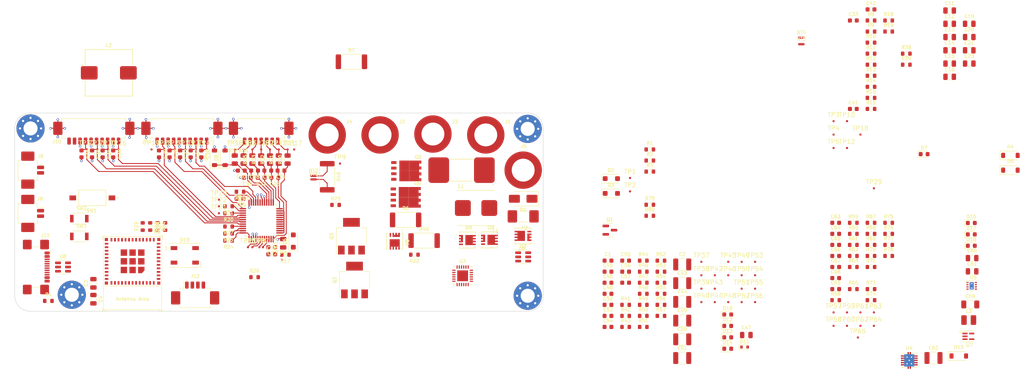
<source format=kicad_pcb>
(kicad_pcb (version 20221018) (generator pcbnew)
  (title_block (title "eSUP - BMS, Charger and MCU Board") (date "2023-10-29") (rev "V1") (company "Mark Belbin"))
  (layers (0 "F.Cu" signal) (1 "In1.Cu" signal) (2 "In2.Cu" signal) (31 "B.Cu" signal) (34 "B.Paste" user) (35 "F.Paste" user) (36 "B.SilkS" user "B.Silkscreen") (37 "F.SilkS" user "F.Silkscreen") (38 "B.Mask" user) (39 "F.Mask" user) (44 "Edge.Cuts" user))
  (net 0 "")
  (net 1 "GND")
  (net 2 "/BATTERY CHARGER/CHG_IN_PROT")
  (net 3 "/BATTERY BALANCE AND MONITOR/VCHG+")
  (net 4 "GNDPWR")
  (net 5 "Net-(C11-Pad2)")
  (net 6 "/VBAT_IN_F")
  (net 7 "Net-(C13-Pad2)")
  (net 8 "/BATTERY BALANCE AND MONITOR/PACK+")
  (net 9 "Net-(C15-Pad1)")
  (net 10 "Net-(U1-BAT)")
  (net 11 "Net-(C19-Pad1)")
  (net 12 "Net-(C20-Pad1)")
  (net 13 "/BATTERY BALANCE AND MONITOR/PACK-")
  (net 14 "Net-(U1-CP1)")
  (net 15 "/BATTERY BALANCE AND MONITOR/VC16")
  (net 16 "/BATTERY BALANCE AND MONITOR/VC15")
  (net 17 "/BATTERY BALANCE AND MONITOR/REG18")
  (net 18 "/BATTERY BALANCE AND MONITOR/VC4")
  (net 19 "/THERM_1")
  (net 20 "/THERM_2")
  (net 21 "/THERM_3")
  (net 22 "/THERM_4")
  (net 23 "/BATTERY BALANCE AND MONITOR/VC3")
  (net 24 "/BATTERY BALANCE AND MONITOR/VC2")
  (net 25 "/BMS_WAKE")
  (net 26 "/THERM_5")
  (net 27 "/THERM_6")
  (net 28 "/THERM_7")
  (net 29 "/BATTERY BALANCE AND MONITOR/VC1")
  (net 30 "/BATTERY BALANCE AND MONITOR/VC0")
  (net 31 "/BATTERY BALANCE AND MONITOR/SRN")
  (net 32 "/BATTERY BALANCE AND MONITOR/SRP")
  (net 33 "/VCHG_IN_F")
  (net 34 "Net-(U2-VCAP)")
  (net 35 "/BATTERY CHARGER/C_VCC")
  (net 36 "/BATTERY CHARGER/SW_NODE")
  (net 37 "/BATTERY CHARGER/BTST")
  (net 38 "/BATTERY CHARGER/SRP_CHG")
  (net 39 "/BATTERY CHARGER/REGEN")
  (net 40 "/BATTERY CHARGER/VREF")
  (net 41 "/BATTERY CHARGER/VFB")
  (net 42 "/BATTERY CHARGER/TTC")
  (net 43 "/THERM_CHG")
  (net 44 "/MCU/MCU_VIN")
  (net 45 "+5V")
  (net 46 "+3V3")
  (net 47 "Net-(C62-Pad1)")
  (net 48 "/MCU/EN")
  (net 49 "/VCHG_IN")
  (net 50 "/BATTERY BALANCE AND MONITOR/DGATE")
  (net 51 "/BATTERY BALANCE AND MONITOR/CGATE")
  (net 52 "Net-(D6-K)")
  (net 53 "Net-(D7-A)")
  (net 54 "Net-(D10-A)")
  (net 55 "/CHG_STAT1")
  (net 56 "Net-(D12-A)")
  (net 57 "/CHG_STAT2")
  (net 58 "Net-(D13-A)")
  (net 59 "/BATTERY CHARGER/~{PG}")
  (net 60 "Net-(D14-A)")
  (net 61 "/VUSB_5V")
  (net 62 "Net-(D16-A)")
  (net 63 "Net-(D17-A)")
  (net 64 "Net-(D18-A)")
  (net 65 "/MCU/RGB_DOUT")
  (net 66 "/MCU/RGB_DIN")
  (net 67 "/VBAT_IN")
  (net 68 "Net-(J6-Pin_2)")
  (net 69 "/THERM_0")
  (net 72 "Net-(J11-CC1)")
  (net 73 "/USB_D+_CONN")
  (net 74 "/USB_D-_CONN")
  (net 76 "Net-(J11-CC2)")
  (net 78 "/MCU/UART_TX")
  (net 79 "/MCU/UART_RX")
  (net 80 "/V_CELLS_0")
  (net 81 "/V_CELLS_1")
  (net 82 "/V_CELLS_2")
  (net 83 "/V_CELLS_3")
  (net 84 "/V_CELLS_4")
  (net 85 "/V_CELLS_5")
  (net 86 "/V_CELLS_6")
  (net 87 "/MCU/5V_SW")
  (net 88 "/MCU/3V3_SW")
  (net 89 "Net-(NT1-Pad1)")
  (net 90 "Net-(NT2-Pad1)")
  (net 91 "Net-(Q1-B)")
  (net 92 "Net-(Q1-C)")
  (net 93 "/BATTERY BALANCE AND MONITOR/PCGATE")
  (net 94 "Net-(Q2-D)")
  (net 95 "/BATTERY BALANCE AND MONITOR/PDGATE")
  (net 96 "Net-(Q3-D)")
  (net 97 "Net-(Q5-G)")
  (net 98 "Net-(Q6-G)")
  (net 99 "/BATTERY CHARGER/DG")
  (net 100 "/BATTERY CHARGER/GH")
  (net 101 "/BATTERY CHARGER/GL")
  (net 102 "/BATTERY BALANCE AND MONITOR/PCHG")
  (net 103 "/BATTERY BALANCE AND MONITOR/PDSG")
  (net 104 "/BATTERY BALANCE AND MONITOR/CHG")
  (net 105 "/BATTERY BALANCE AND MONITOR/DSG")
  (net 106 "/BATTERY BALANCE AND MONITOR/PACK")
  (net 107 "/BATTERY BALANCE AND MONITOR/LD")
  (net 108 "Net-(U1-BREG)")
  (net 109 "Net-(U1-REG1)")
  (net 110 "/BATTERY BALANCE AND MONITOR/PWR_EN")
  (net 111 "/BATTERY BALANCE AND MONITOR/RST_SHUT")
  (net 112 "/BATTERY BALANCE AND MONITOR/I2C_SDA")
  (net 113 "/BATTERY BALANCE AND MONITOR/I2C_SCL")
  (net 114 "/BATTERY BALANCE AND MONITOR/SDA_BMGT")
  (net 115 "/BATTERY BALANCE AND MONITOR/SCL_BMGT")
  (net 116 "/BATTERY BALANCE AND MONITOR/TS2")
  (net 117 "Net-(U2-EN)")
  (net 118 "/BATTERY CHARGER/DRV_HI")
  (net 119 "/BATTERY CHARGER/DRV_LO")
  (net 120 "/BATTERY CHARGER/ISET1")
  (net 121 "/BATTERY CHARGER/ISET2")
  (net 122 "/MCU/PG")
  (net 123 "/MCU/GPIO0")
  (net 124 "/MCU/GPIO7")
  (net 125 "/MCU/GPIO1")
  (net 126 "/MCU/RGB_DIN_ESP")
  (net 127 "/MCU/GPIO3")
  (net 128 "/MCU/GPIO10")
  (net 129 "/MCU/FAULT")
  (net 130 "/MCU/GPIO4")
  (net 131 "/MCU/GPIO18")
  (net 132 "/USB_D-")
  (net 133 "/MCU/GPIO5")
  (net 134 "/MCU/GPIO19")
  (net 135 "/USB_D+")
  (net 136 "/MCU/GPIO6")
  (net 137 "/MCU/RXD0")
  (net 138 "/MCU/TXD0")
  (net 139 "/MCU/GPIO8")
  (net 140 "/MCU/GPIO2")
  (net 141 "/MCU/BOOT")
  (net 163 "/BATTERY CHARGER/SRN_CHG")
  (net 164 "Net-(L1-Pad2)")
  (net 165 "/MCU/PWM_OUT")
  (footprint "Connector_Molex:Molex_PicoBlade_53261-1071_1x10-1MP_P1.25mm_Horizontal" (layer "F.Cu") (at 126.75 79 180)
    (fp_text reference "J7")
    (fp_text value "Conn_01x10")
  )
  (footprint "bms:TestPoint_Pad_D0.5mm" (layer "F.Cu") (at 274.735 82.975)
    (fp_text reference "TP5")
    (fp_text value "TestPoint")
  )
  (footprint "Capacitor_SMD:C_0603_1608Metric" (layer "F.Cu") (at 139.95 94.5 180)
    (fp_text reference "C25")
    (fp_text value "2.2uF")
  )
  (footprint "bms:TestPoint_Pad_D0.5mm" (layer "F.Cu") (at 162.65 86.5)
    (fp_text reference "TP9")
    (fp_text value "TestPoint")
  )
  (footprint "Resistor_SMD:R_0603_1608Metric" (layer "F.Cu") (at 233.005 98.365)
    (fp_text reference "R80")
    (fp_text value "5.1k")
  )
  (footprint "Resistor_SMD:R_0603_1608Metric" (layer "F.Cu") (at 279.225 99.955)
    (fp_text reference "R59")
    (fp_text value "0.11R")
  )
  (footprint "Resistor_SMD:R_0603_1608Metric" (layer "F.Cu") (at 231.525 123.605)
    (fp_text reference "R51")
    (fp_text value "30k")
  )
  (footprint "MountingHole:MountingHole_3.2mm_M3_Pad_Via" (layer "F.Cu") (at 101.75 116.3)
    (fp_text reference "H1" hide)
    (fp_text value "MountingHole_Pad")
  )
  (footprint "bms:TestPoint_Pad_D0.5mm" (layer "F.Cu") (at 150.75 83.3)
    (fp_text reference "TP11")
    (fp_text value "TestPoint")
  )
  (footprint "bms:TestPoint_Pad_D0.5mm" (layer "F.Cu") (at 228.515 92.825)
    (fp_text reference "TP2")
    (fp_text value "TestPoint")
  )
  (footprint "Resistor_SMD:R_0603_1608Metric" (layer "F.Cu") (at 137.35 100.8 180)
    (fp_text reference "R27")
    (fp_text value "0R")
  )
  (footprint "bms:TestPoint_Pad_D0.5mm" (layer "F.Cu") (at 135.15 96.2)
    (fp_text reference "TP22")
    (fp_text value "TestPoint")
  )
  (footprint "Resistor_SMD:R_0603_1608Metric" (layer "F.Cu") (at 283.235 54.015)
    (fp_text reference "R8")
    (fp_text value "10M")
  )
  (footprint "NetTie:NetTie-2_SMD_Pad0.5mm" (layer "F.Cu") (at 267.42 57.905)
    (fp_text reference "NT4")
    (fp_text value "Net-Tie" hide)
  )
  (footprint "Capacitor_SMD:C_0603_1608Metric" (layer "F.Cu") (at 149.25 88.1 180)
    (fp_text reference "C24")
    (fp_text value "220nF")
  )
  (footprint "bms:ESP32-C3-MINI-1" (layer "F.Cu") (at 115.55 111.4 180)
    (fp_text reference "U6")
    (fp_text value "ESP32-C3-MINI-1-N4")
  )
  (footprint "LED_SMD:LED_0603_1608Metric" (layer "F.Cu") (at 250.695 128.555)
    (fp_text reference "D14")
    (fp_text value "GREEN")
  )
  (footprint "Resistor_SMD:R_0603_1608Metric" (layer "F.Cu") (at 231.525 116.075)
    (fp_text reference "R48")
    (fp_text value "9.31k")
  )
  (footprint "bms:TestPoint_Pad_D0.5mm" (layer "F.Cu") (at 256.915 117.965)
    (fp_text reference "TP56")
    (fp_text value "TestPoint")
  )
  (footprint "bms:TestPoint_Pad_D0.5mm" (layer "F.Cu") (at 256.915 108.815)
    (fp_text reference "TP53")
    (fp_text value "TestPoint")
  )
  (footprint "bms:TestPoint_Pad_D0.5mm" (layer "F.Cu") (at 277.785 76.875)
    (fp_text reference "TP10")
    (fp_text value "TestPoint")
  )
  (footprint "Resistor_SMD:R_0603_1608Metric" (layer "F.Cu") (at 283.235 66.565)
    (fp_text reference "R13")
    (fp_text value "10M")
  )
  (footprint "Resistor_SMD:R_0805_2012Metric" (layer "F.Cu") (at 146.75 85.6 90)
    (fp_text reference "R32")
    (fp_text value "30R")
  )
  (footprint "bms:TestPoint_Pad_D0.5mm" (layer "F.Cu") (at 107.55 83.3)
    (fp_text reference "TP31")
    (fp_text value "TestPoint")
  )
  (footprint "Capacitor_SMD:C_1210_3225Metric" (layer "F.Cu") (at 240.365 109.415)
    (fp_text reference "C2")
    (fp_text value "10uF")
  )
  (footprint "bms:TestPoint_Pad_D0.5mm" (layer "F.Cu") (at 250.815 111.865)
    (fp_text reference "TP46")
    (fp_text value "TestPoint")
  )
  (footprint "bms:TestPoint_Pad_D0.5mm" (layer "F.Cu") (at 250.815 117.965)
    (fp_text reference "TP48")
    (fp_text value "TestPoint")
  )
  (footprint "Capacitor_SMD:C_0603_1608Metric" (layer "F.Cu") (at 227.515 111.055)
    (fp_text reference "C56")
    (fp_text value "22pF")
  )
  (footprint "Capacitor_SMD:C_0603_1608Metric" (layer "F.Cu") (at 141.65 89.7 180)
    (fp_text reference "C39")
    (fp_text value "220nF")
  )
  (footprint "bms:Wurth_746600430R" (layer "F.Cu") (at 195.75 80)
    (fp_text reference "J1")
    (fp_text value "Screw_Terminal_01x01")
  )
  (footprint "Capacitor_SMD:C_0603_1608Metric" (layer "F.Cu") (at 275.215 102.465)
    (fp_text reference "C64")
    (fp_text value "10uF")
  )
  (footprint "Resistor_SMD:R_0603_1608Metric" (layer "F.Cu") (at 119.55 100.8 -90)
    (fp_text reference "R66")
    (fp_text value "0R")
  )
  (footprint "Connector_Molex:Molex_PicoBlade_53261-0771_1x07-1MP_P1.25mm_Horizontal" (layer "F.Cu") (at 144.75 79 180)
    (fp_text reference "J13")
    (fp_text value "Conn_01x07")
  )
  (footprint "Resistor_SMD:R_0603_1608Metric" (layer "F.Cu") (at 283.235 56.525)
    (fp_text reference "R9")
    (fp_text value "10M")
  )
  (footprint "Resistor_SMD:R_0603_1608Metric" (layer "F.Cu") (at 291.255 64.055)
    (fp_text reference "R39")
    (fp_text value "100R")
  )
  (footprint "bms:TestPoint_Pad_D0.5mm" (layer "F.Cu") (at 277.785 82.975)
    (fp_text reference "TP12")
    (fp_text value "TestPoint")
  )
  (footprint "Capacitor_SMD:C_0603_1608Metric" (layer "F.Cu") (at 275.215 115.015)
    (fp_text reference "C69")
    (fp_text value "0.1uF")
  )
  (footprint "Capacitor_SMD:C_0805_2012Metric" (layer "F.Cu") (at 301.095 63.795)
    (fp_text reference "C15")
    (fp_text value "0.1uF")
  )
  (footprint "Capacitor_SMD:C_0603_1608Metric" (layer "F.Cu") (at 131.15 84.3 -90)
    (fp_text reference "C58")
    (fp_text value "1nF")
  )
  (footprint "Resistor_SMD:R_0603_1608Metric" (layer "F.Cu") (at 287.245 102.465)
    (fp_text reference "R76")
    (fp_text value "0R")
  )
  (footprint "bms:USB_C_Receptacle_GCT_USB4110" (layer "F.Cu") (at 92.46 110 -90)
    (fp_text reference "J11")
    (fp_text value "USB_C_Receptacle_USB2.0")
  )
  (footprint "Capacitor_SMD:C_0805_2012Metric" (layer "F.Cu") (at 301.095 57.775)
    (fp_text reference "C13")
    (fp_text value "0.1uF")
  )
  (footprint "Connector_Molex:Molex_PicoBlade_53261-0271_1x02-1MP_P1.25mm_Horizontal" (layer "F.Cu") (at 92.25 97.825 -90)
    (fp_text reference "J8")
    (fp_text value "Conn_01x02")
  )
  (footprint "Capacitor_SMD:C_0603_1608Metric" (layer "F.Cu") (at 223.505 123.605)
    (fp_text reference "C54")
    (fp_text value "0.1uF")
  )
  (footprint "Resistor_SMD:R_0603_1608Metric" (layer "F.Cu") (at 283.235 117.525)
    (fp_text reference "R74")
    (fp_text value "0R")
  )
  (footprint "Resistor_SMD:R_0603_1608Metric" (layer "F.Cu") (at 161.65 95.9)
    (fp_text reference "R23")
    (fp_text value "10k")
  )
  (footprint "Capacitor_SMD:C_0603_1608Metric" (layer "F.Cu") (at 103.95 84.3 -90)
    (fp_text reference "C36")
    (fp_text value "1nF")
  )
  (footprint "Package_SON:Texas_S-PVSON-N10_ThermalVias" (layer "F.Cu") (at 291.925 131.205)
    (fp_text reference "U4")
    (fp_text value "LM5166X")
  )
  (footprint "bms:TestPoint_Pad_D0.5mm" (layer "F.Cu") (at 283.885 92.125)
    (fp_text reference "TP29")
    (fp_text value "TestPoint")
  )
  (footprint "Package_SON:WSON-8-1EP_2x2mm_P0.5mm_EP0.9x1.6mm_ThermalVias" (layer "F.Cu") (at 306.095 114.265)
    (fp_text reference "U5")
    (fp_text value "TPS62172DSG")
  )
  (footprint "Diode_SMD:D_SMA" (layer "F.Cu") (at 204.25 94.5 180)
    (fp_text reference "D1")
    (fp_text value "SMAJ28A")
  )
  (footprint "Diode_SMD:D_SOD-123F" (layer "F.Cu") (at 224.27 93.275)
    (fp_text reference "D3")
    (fp_text value "D_Schottky")
  )
  (footprint "bms:TestPoint_Pad_D0.5mm" (layer "F.Cu") (at 274.735 123.355)
    (fp_text reference "TP58")
    (fp_text value "TestPoint")
  )
  (footprint "Resistor_SMD:R_0603_1608Metric" (layer "F.Cu") (at 233.005 95.855)
    (fp_text reference "R79")
    (fp_text value "5.1k")
  )
  (footprint "Capacitor_SMD:C_0805_2012Metric" (layer "F.Cu") (at 305.545 57.775)
    (fp_text reference "C20")
    (fp_text value "0.1uF")
  )
  (footprint "Diode_SMD:D_SOD-123" (layer "F.Cu") (at 303.17 130.205)
    (fp_text reference "D15")
    (fp_text value "D_Schottky")
  )
  (footprint "Resistor_SMD:R_0603_1608Metric" (layer "F.Cu") (at 291.255 61.545)
    (fp_text reference "R38")
    (fp_text value "100R")
  )
  (footprint "Resistor_SMD:R_0603_1608Metric" (layer "F.Cu") (at 231.525 108.545)
    (fp_text reference "R44")
    (fp_text value "10R")
  )
  (footprint "bms:TestPoint_Pad_D0.5mm" (layer "F.Cu") (at 228.515 89.775)
    (fp_text reference "TP1")
    (fp_text value "TestPoint")
  )
  (footprint "bms:TestPoint_Pad_D0.5mm" (layer "F.Cu") (at 138.75 83.3)
    (fp_text reference "TP36")
    (fp_text value "TestPoint")
  )
  (footprint "bms:TestPoint_Pad_D0.5mm" (layer "F.Cu") (at 256.915 114.915)
    (fp_text reference "TP55")
    (fp_text value "TestPoint")
  )
  (footprint "bms:TestPoint_Pad_D0.5mm" (layer "F.Cu") (at 277.785 123.355)
    (fp_text reference "TP60")
    (fp_text value "TestPoint")
  )
  (footprint "Resistor_SMD:R_0603_1608Metric" (layer "F.Cu") (at 150.25 107.2 180)
    (fp_text reference "R17")
    (fp_text value "100R")
  )
  (footprint "Capacitor_SMD:C_0603_1608Metric" (layer "F.Cu") (at 144.75 89.7 180)
    (fp_text reference "C32")
    (fp_text value "220nF")
  )
  (footprint "Resistor_SMD:R_0603_1608Metric" (layer "F.Cu") (at 283.235 99.955)
    (fp_text reference "R67")
    (fp_text value "0R")
  )
  (footprint "bms:TestPoint_Pad_D0.5mm" (layer "F.Cu") (at 244.715 117.965)
    (fp_text reference "TP40")
    (fp_text value "TestPoint")
  )
  (footprint "bms:TestPoint_Pad_D0.5mm" (layer "F.Cu") (at 132.35 83.3)
    (fp_text reference "TP47")
    (fp_text value "TestPoint")
  )
  (footprint "Resistor_SMD:R_0603_1608Metric" (layer "F.Cu") (at 283.235 71.585)
    (fp_text reference "R15")
    (fp_text value "5.1k")
  )
  (footprint "bms:Wurth_746600430R" (layer "F.Cu") (at 183.75 79.8)
    (fp_text reference "J3")
    (fp_text value "Screw_Terminal_01x01")
  )
  (footprint "Package_TO_SOT_SMD:SOT-23-6" (layer "F.Cu") (at 204.25 107.7)
    (fp_text reference "U2")
    (fp_text value "LM74700")
  )
  (footprint "bms:TestPoint_Pad_D0.5mm" (layer "F.Cu") (at 280.835 120.305)
    (fp_text reference "TP61")
    (fp_text value "TestPoint")
  )
  (footprint "bms:PG-TDSON-8" (layer "F.Cu") (at 177.575 94.175 -90)
    (fp_text reference "Q6")
    (fp_text value "IAUC120N04S6N006ATMA1" hide)
  )
  (footprint "LED_SMD:LED_0603_1608Metric" (layer "F.Cu") (at 250.695 125.965)
    (fp_text reference "D13")
    (fp_text value "BLUE")
  )
  (footprint "LED_SMD:LED_WS2812B_PLCC4_5.0x5.0mm_P3.2mm" (layer "F.Cu") (at 127.4 107.35)
    (fp_text reference "D19")
    (fp_text value "WS2812B")
  )
  (footprint "bms:TestPoint_Pad_D0.5mm" (layer "F.Cu") (at 280.835 123.355)
    (fp_text reference "TP62")
    (fp_text value "TestPoint")
  )
  (footprint "bms:SW_B3U-1000P" (layer "F.Cu") (at 103.45 103.05)
    (fp_text reference "SW3")
    (fp_text value "SW_Push")
  )
  (footprint "bms:TestPoint_Pad_D0.5mm" (layer "F.Cu") (at 141.75 105.5)
    (fp_text reference "TP15")
    (fp_text value "TestPoint")
  )
  (footprint "Resistor_SMD:R_0603_1608Metric" (layer "F.Cu") (at 179.55 107.2 180)
    (fp_text reference "R22")
    (fp_text value "10k")
  )
  (footprint "bms:TestPoint_Pad_D0.5mm" (layer "F.Cu") (at 144.35 105.5)
    (fp_text reference "TP8")
    (fp_text value "TestPoint")
  )
  (footprint "Diode_SMD:D_SOD-123" (layer "F.Cu") (at 134.15 85.2 90)
    (fp_text reference "D9")
    (fp_text value "D_Zener")
  )
  (footprint "Capacitor_SMD:C_0805_2012Metric" (layer "F.Cu") (at 106.65 117.3 -90)
    (fp_text reference "C4")
    (fp_text value "0.1uF")
  )
  (footprint "Capacitor_SMD:C_1210_3225Metric" (layer "F.Cu") (at 240.365 113.665)
    (fp_text reference "C43")
    (fp_text value "10uF")
  )
  (footprint "Capacitor_SMD:C_0805_2012Metric" (layer "F.Cu") (at 305.545 63.795)
    (fp_text reference "C23")
    (fp_text value "0.1uF")
  )
  (footprint "Capacitor_SMD:C_1210_3225Metric" (layer "F.Cu") (at 240.365 117.915)
    (fp_text reference "C44")
    (fp_text value "10uF")
  )
  (footprint "Resistor_SMD:R_0603_1608Metric" (layer "F.Cu") (at 117.85 100.8 90)
    (fp_text reference "R29")
    (fp_text value "2.2k")
  )
  (footprint "Capacitor_SMD:C_0603_1608Metric" (layer "F.Cu") (at 223.505 118.585)
    (fp_text reference "C52")
    (fp_text value "0.1uF")
  )
  (footprint "bms:SW_B3U-1000P" (layer "F.Cu") (at 103.45 99)
    (fp_text reference "SW2")
    (fp_text value "SW_Push")
  )
  (footprint "Resistor_SMD:R_0603_1608Metric" (layer "F.Cu") (at 287.245 99.955)
    (fp_text reference "R75")
    (fp_text value "0R")
  )
  (footprint "LED_SMD:LED_0603_1608Metric" (layer "F.Cu") (at 306.015 99.995)
    (fp_text reference "D16")
    (fp_text value "GREEN")
  )
  (footprint "Resistor_SMD:R_0603_1608Metric" (layer "F.Cu") (at 137.35 97.8 180)
    (fp_text reference "R30")
    (fp_text value "0R")
  )
  (footprint "bms:TestPoint_Pad_D0.5mm" (layer "F.Cu") (at 247.765 111.865)
    (fp_text reference "TP42")
    (fp_text value "TestPoint")
  )
  (footprint "MountingHole:MountingHole_3.2mm_M3_Pad_Via" (layer "F.Cu") (at 205.275126 116.525126)
    (fp_text reference "H4" hide)
    (fp_text value "MountingHole_Pad")
  )
  (footprint "Resistor_SMD:R_0805_2012Metric" (layer "F.Cu") (at 150.75 85.6 90)
    (fp_text reference "R20")
    (fp_text value "30R")
  )
  (footprint "bms:TestPoint_Pad_D0.5mm" (layer "F.Cu") (at 247.765 114.915)
    (fp_text reference "TP43")
    (fp_text value "TestPoint")
  )
  (footprint "bms:TestPoint_Pad_D0.5mm" (layer "F.Cu") (at 253.865 114.915)
    (fp_text reference "TP51")
    (fp_text value "TestPoint")
  )
  (footprint "Capacitor_SMD:C_0603_1608Metric" (layer "F.Cu") (at 283.235 51.505)
    (fp_text reference "C42")
    (fp_text value "0.1uF")
  )
  (footprint "bms:TestPoint_Pad_D0.5mm" (layer "F.Cu") (at 125.15 83.3)
    (fp_text reference "TP24")
    (fp_text value "TestPoint")
  )
  (footprint "bms:TestPoint_Pad_D0.5mm" (layer "F.Cu") (at 135.15 97.8)
    (fp_text reference "TP21")
    (fp_text value "TestPoint")
  )
  (footprint "Resistor_SMD:R_0603_1608Metric" (layer "F.Cu") (at 231.525 111.055)
    (fp_text reference "R46")
    (fp_text value "0R")
  )
  (footprint "Capacitor_SMD:C_1210_3225Metric" (layer "F.Cu") (at 297.425 130.655)
    (fp_text reference "C62")
    (fp_text value "47uF")
  )
  (footprint "Capacitor_SMD:C_0603_1608Metric" (layer "F.Cu") (at 279.225 74.095)
    (fp_text reference "C41")
    (fp_text value "100pF")
  )
  (footprint "Capacitor_SMD:C_0603_1608Metric" (layer "F.Cu") (at 143.25 88.1 180)
    (fp_text reference "C38")
    (fp_text value "220nF")
  )
  (footprint "bms:PG-TSDSON-8-26_INF" (layer "F.Cu") (at 196.6 103.824997)
    (fp_text reference "Q8")
    (fp_text value "BSZ018N04LS6ATMA1")
  )
  (footprint "NetTie:NetTie-2_SMD_Pad0.5mm" (layer "F.Cu") (at 156.65 89.3)
    (fp_text reference "NT2")
    (fp_text value "Net-Tie" hide)
  )
  (footprint "Capacitor_SMD:C_0603_1608Metric" (layer "F.Cu") (at 128.75 84.3 -90)
    (fp_text reference "C37")
    (fp_text value "1nF")
  )
  (footprint "Resistor_SMD:R_0603_1608Metric" (layer "F.Cu") (at 139.95 92.9 180)
    (fp_text reference "R34")
    (fp_text value "0R")
  )
  (footprint "Resistor_SMD:R_0603_1608Metric" (layer "F.Cu") (at 279.225 109.995)
    (fp_text reference "R63")
    (fp_text value "10k")
  )
  (footprint "Resistor_SMD:R_0603_1608Metric" (layer "F.Cu") (at 231.525 121.095)
    (fp_text reference "R50")
    (fp_text value "100k")
  )
  (footprint "Resistor_SMD:R_0603_1608Metric" (layer "F.Cu") (at 235.535 108.545)
    (fp_text reference "R52")
    (fp_text value "430k")
  )
  (footprint "Capacitor_SMD:C_0603_1608Metric" (layer "F.Cu") (at 123.95 84.3 -90)
    (fp_text reference "C28")
    (fp_text value "1nF")
  )
  (footprint "Resistor_SMD:R_0603_1608Metric" (layer "F.Cu") (at 121.25 100.8 -90)
    (fp_text reference "R64")
    (fp_text value "0R")
  )
  (footprint "bms:FUSC6125X279N" (layer "F.Cu") (at 204.25 98.5 180)
    (fp_text reference "F2")
    (fp_text value "15A")
  )
  (footprint "LED_SMD:LED_0603_1608Metric" (layer "F.Cu") (at 250.695 120.785)
    (fp_text reference "D10")
    (fp_text value "BLUE")
  )
  (footprint "Resistor_SMD:R_0603_1608Metric" (layer "F.Cu") (at 231.525 118.585)
    (fp_text reference "R49")
    (fp_text value "100k")
  )
  (footprint "bms:TestPoint_Pad_D0.5mm" (layer "F.Cu") (at 274.735 120.305)
    (fp_text reference "TP57")
    (fp_text value "TestPoint")
  )
  (footprint "Capacitor_SMD:C_0805_2012Metric" (layer "F.Cu") (at 106.65 113.7 90)
    (fp_text reference "C3")
    (fp_text value "0.1uF")
  )
  (footprint "bms:PG-TDSON-8" (layer "F.Cu") (at 177.7 88.175 -90)
    (fp_text reference "Q5")
    (fp_text value "IAUC120N04S6N006ATMA1" hide)
  )
  (footprint "bms:Wurth_746600430R" (layer "F.Cu") (at 204.25 88)
    (fp_text reference "J5")
    (fp_text value "Screw_Terminal_01x01")
  )
  (footprint "Package_DFN_QFN:VQFN-24-1EP_4x4mm_P0.5mm_EP2.45x2.45mm" (layer "F.Cu") (at 190.5 111.9875)
    (fp_text reference "U3")
    (fp_text value "BQ24610")
  )
  (footprint "LED_SMD:LED_0603_1608Metric" (layer "F.Cu") (at 250.695 123.375)
    (fp_text reference "D12")
    (fp_text value "AMBER")
  )
  (footprint "bms:TestPoint_Pad_D0.5mm" (layer "F.Cu") (at 142.75 83.3)
    (fp_text reference "TP34")
    (fp_text value "TestPoint")
  )
  (footprint "Resistor_SMD:R_0603_1608Metric" (layer "F.Cu") (at 279.225 102.465)
    (fp_text reference "R60")
    (fp_text value "1k")
  )
  (footprint "bms:TestPoint_Pad_D0.5mm" (layer "F.Cu") (at 129.95 83.3)
    (fp_text reference "TP33")
    (fp_text value "TestPoint")
  )
  (footprint "Capacitor_SMD:C_0603_1608Metric" (layer "F.Cu") (at 223.505 108.545)
    (fp_text reference "C1")
    (fp_text value "0.1uF")
  )
  (footprint "bms:DCK0005A-IPC_C" (layer "F.Cu") (at 305.345623 125.745)
    (fp_text reference "U7")
    (fp_text value "SN74LXC1T14DCKR")
  )
  (footprint "MountingHole:MountingHole_3.2mm_M3_Pad_Via" (layer "F.Cu") (at 92.375126 78.525126)
    (fp_text reference "H2" hide)
    (fp_text value "MountingHole_Pad")
  )
  (footprint "Capacitor_SMD:C_0805_2012Metric" (layer "F.Cu") (at 306.195 110.985)
    (fp_text reference "C61")
    (fp_text value "22uF")
  )
  (footprint "Resistor_SMD:R_0805_2012Metric" (layer "F.Cu") (at 144.75 85.6 90)
    (fp_text reference "R33")
    (fp_text value "30R")
  )
  (footprint "Capacitor_SMD:C_1210_3225Metric" (layer "F.Cu") (at 240.365 122.165)
    (fp_text reference "C49")
    (fp_text value "10uF")
  )
  (footprint "Capacitor_SMD:C_1210_3225Metric" (layer "F.Cu") (at 240.365 126.415)
    (fp_text reference "C50")
    (fp_text value "10uF")
  )
  (footprint "Diode_SMD:D_SOD-123" (layer "F.Cu") (at 136.55 85.2 90)
    (fp_text reference "D8")
    (fp_text value "D_Schottky")
  )
  (footprint "Connector_Molex:Molex_PicoBlade_53261-1071_1x10-1MP_P1.25mm_Horizontal" (layer "F.Cu") (at 106.75 79 180)
    (fp_text reference "J10")
    (fp_text value "Conn_01x10")
  )
  (footprint "Resistor_SMD:R_0805_2012Metric" (layer "F.Cu") (at 138.75 85.6 90)
    (fp_text reference "R37")
    (fp_text value "30R")
  )
  (footprint "Capacitor_SMD:C_0603_1608Metric" (layer "F.Cu") (at 275.215 107.485)
    (fp_text reference "C66")
    (fp_text value "1uF")
  )
  (footprint "LED_SMD:LED_0603_1608Metric" (layer "F.Cu") (at 295.305 84.365)
    (fp_text reference "D7")
    (fp_text value "BLUE")
  )
  (footprint "Resistor_SMD:R_2512_6332Metric" (layer "F.Cu") (at 165.25 63.39)
    (fp_text reference "R7")
    (fp_text value "1k")
  )
  (footprint "Capacitor_SMD:C_0603_1608Metric" (layer "F.Cu") (at 126.35 84.3 -90)
    (fp_text reference "C27")
    (fp_text value "1nF")
  )
  (footprint "bms:TestPoint_Pad_D0.5mm" (layer "F.Cu") (at 250.815 108.815)
    (fp_text reference "TP45")
    (fp_text value "TestPoint")
  )
  (footprint "bms:TestPoint_Pad_D0.5mm" (layer "F.Cu") (at 135.15 94.7)
    (fp_text reference "TP20")
    (fp_text value "TestPoint")
  )
  (footprint "Resistor_SMD:R_0603_1608Metric" (layer "F.Cu") (at 279.225 107.485)
    (fp_text reference "R62")
    (fp_text value "100k")
  )
  (footprint "Resistor_SMD:R_0603_1608Metric" (layer "F.Cu") (at 137.35 96.2 180)
    (fp_text reference "R31")
    (fp_text value "0R")
  )
  (footprint "Capacitor_SMD:C_0805_2012Metric" (layer "F.Cu") (at 305.545 54.765)
    (fp_text reference "C19")
    (fp_text value "0.1uF")
  )
  (footprint "Capacitor_SMD:C_0603_1608Metric" (layer "F.Cu") (at 279.225 54.015)
    (fp_text reference "C33")
    (fp_text value "0.1uF")
  )
  (footprint "Resistor_SMD:R_0603_1608Metric" (layer "F.Cu") (at 235.535 118.585)
    (fp_text reference "R56")
    (fp_text value "100R")
  )
  (footprint "bms:TestPoint_Pad_D0.5mm" (layer "F.Cu") (at 253.865 111.865)
    (fp_text reference "TP50")
    (fp_text value "TestPoint")
  )
  (footprint "Connector_Molex:Molex_PicoBlade_53261-0471_1x04-1MP_P1.25mm_Horizontal" (layer "F.Cu") (at 129.75 116.5)
    (fp_text reference "J12")
    (fp_text value "Conn_01x03")
  )
  (footprint "Resistor_SMD:R_0603_1608Metric" (layer "F.Cu") (at 227.515 123.605)
    (fp_text reference "R43")
    (fp_text value "0R")
  )
  (footprint "bms:PG-TSDSON-8-26_INF" (layer "F.Cu") (at 191.575 103.874999)
    (fp_text reference "Q9")
    (fp_text value "BSZ018N04LS6ATMA1")
  )
  (footprint "Capacitor_SMD:C_1210_3225Metric" (layer "F.Cu") (at 240.365 130.665)
    (fp_text reference "C51")
    (fp_text value "10uF")
  )
  (footprint "bms:TestPoint_Pad_D0.5mm" (layer "F.Cu") (at 105.15 83.3)
    (fp_text reference "TP32")
    (fp_text value "TestPoint")
  )
  (footprint "bms:TestPoint_Pad_D0.5mm" (layer "F.Cu") (at 277.785 120.305)
    (fp_text reference "TP59")
    (fp_text value "TestPoint")
  )
  (footprint "Resistor_SMD:R_0603_1608Metric" (layer "F.Cu") (at 279.225 104.975)
    (fp_text reference "R61")
    (fp_text value "100k")
  )
  (footprint "Resistor_SMD:R_2512_6332Metric" (layer "F.Cu") (at 177.55 99.3)
    (fp_text reference "R6")
    (fp_text value "1k")
  )
  (footprint "Capacitor_SMD:C_0603_1608Metric" (layer "F.Cu") (at 106.35 84.3 -90)
    (fp_text reference "C35")
    (fp_text value "1nF")
  )
  (footprint "Resistor_SMD:R_0603_1608Metric" (layer "F.Cu") (at 235.535 111.055)
    (fp_text reference "R53")
    (fp_text value "137k")
  )
  (footprint "Capacitor_SMD:C_0603_1608Metric" (layer "F.Cu") (at 146.25 88.1 180)
    (fp_text reference "C31")
    (fp_text value "220nF")
  )
  (footprint "Resistor_SMD:R_0603_1608Metric" (layer "F.Cu") (at 233.005 85.815)
    (fp_text reference "R2")
    (fp_text value "10k")
  )
  (footprint "Package_TO_SOT_SMD:SOT-223-3_TabPin2" (layer "F.Cu") (at 165.95 112.95 90)
    (fp_text reference "Q2")
    (fp_text value "Q_PMOS_GDS")
  )
  (footprint "Capacitor_SMD:C_0603_1608Metric" (layer "F.Cu") (at 140.25 88.1 180)
    (fp_text reference "C40")
    (fp_text value "220nF")
  )
  (footprint "Capacitor_SMD:C_0603_1608Metric" (layer "F.Cu") (at 147.85 89.7 180)
    (fp_text reference "C26")
    (fp_text value "220nF")
  )
  (footprint "bms:IND_1050P-WE-PD_WRE-L" (layer "F.Cu") (at 110.15 65.9)
    (fp_text reference "L2")
    (fp_text value "150uH")
  )
  (footprint "bms:IND_ETQP5M3R3YFK" (layer "F.Cu") (at 193.55 96.6 180)
    (fp_text reference "L1")
    (fp_text value "3.3uH")
  )
  (footprint "Capacitor_SMD:C_0603_1608Metric" (layer "F.Cu") (at 108.75 84.3 -90)
    (fp_text reference "C34")
    (fp_text value "1nF")
  )
  (footprint "Resistor_SMD:R_0603_1608Metric" (layer "F.Cu") (at 143.25 112.3)
    (fp_text reference "R26")
    (fp_text value "0R")
  )
  (footprint "bms:TestPoint_Pad_D0.5mm" (layer "F.Cu") (at 149.45 108.3)
    (fp_text reference "TP6")
    (fp_text value "TestPoint")
  )
  (footprint "Diode_SMD:D_SOD-123" (layer "F.Cu") (at 314.89 84.655)
    (fp_text reference "D4")
    (fp_text value "D_Zener")
  )
  (footprint "bms:Wurth_746600430R" (layer "F.Cu") (at 159.75 80)
    (fp_text reference "J4")
    (fp_text value "Screw_Terminal_01x01")
  )
  (footprint "Capacitor_SMD:C_0603_1608Metric" (layer "F.Cu") (at 223.505 116.075)
    (fp_text reference "C48")
    (fp_text value "0.1uF")
  )
  (footprint "bms:TestPoint_Pad_D0.5mm" (layer "F.Cu") (at 256.915 111.865)
    (fp_text reference "TP54")
    (fp_text value "TestPoint")
  )
  (footprint "Resistor_SMD:R_0603_1608Metric" (layer "F.Cu") (at 235.535 116.075)
    (fp_text reference "R55")
    (fp_text value "1k")
  )
  (footprint "Capacitor_SMD:C_0603_1608Metric" (layer "F.Cu") (at 275.215 109.995)
    (fp_text reference "C67")
    (fp_text value "0.1uF")
  )
  (footprint "Capacitor_SMD:C_0805_2012Metric" (layer "F.Cu") (at 301.095 60.785)
    (fp_text reference "C14")
    (fp_text value "0.1uF")
  )
  (footprint "bms:TestPoint_Pad_D0.5mm" (layer "F.Cu") (at 280.835 79.925)
    (fp_text reference "TP18")
    (fp_text value "TestPoint")
  )
  (footprint "Diode_SMD:D_SOD-123F" (layer "F.Cu") (at 224.27 89.925)
    (fp_text reference "D2")
    (fp_text value "D_Schottky")
  )
  (footprint "Package_TO_SOT_SMD:SOT-23" (layer "F.Cu") (at 223.945 101.625)
    (fp_text reference "Q1")
    (fp_text value "MMBT3904")
  )
  (footprint "bms:TestPoint_Pad_D0.5mm" (layer "F.Cu") (at 274.735 76.875)
    (fp_text reference "TP3")
    (fp_text value "TestPoint")
  )
  (footprint "bms:TestPoint_Pad_D0.5mm" (layer "F.Cu") (at 119.85 83.3)
    (fp_text reference "TP19")
    (fp_text value "TestPoint")
  )
  (footprint "Resistor_SMD:R_0603_1608Metric" (layer "F.Cu") (at 287.245 107.485)
    (fp_text reference "R78")
    (fp_text value "10k")
  )
  (footprint "bms:TestPoint_Pad_D0.5mm" (layer "F.Cu") (at 122.75 83.3)
    (fp_text reference "TP25")
    (fp_text value "TestPoint")
  )
  (footprint "Package_TO_SOT_SMD:SOT-23-6" (layer "F.Cu") (at 99.75 110)
    (fp_text reference "U8")
    (fp_text value "USBLC6-2SC6")
  )
  (footprint "Resistor_SMD:R_0603_1608Metric" (layer "F.Cu") (at 283.235 102.465)
    (fp_text reference "R68")
    (fp_text value "0R")
  )
  (footprint "bms:TestPoint_Pad_D0.5mm" (layer "F.Cu") (at 144.75 83.3)
    (fp_text reference "TP28")
    (fp_text value "TestPoint")
  )
  (footprint "bms:TestPoint_Pad_D0.5mm" (layer "F.Cu") (at 283.885 123.355)
    (fp_text reference "TP64")
    (fp_text value "TestPoint")
  )
  (footprint "Capacitor_SMD:C_0805_2012Metric" (layer "F.Cu") (at 254.925 125.445)
    (fp_text reference "C47")
    (fp_text value "1uF")
  )
  (footprint "Diode_SMD:D_SOD-523" (layer "F.Cu") (at 254.52 128.175)
    (fp_text reference "D11")
    (fp_text value "D_Schottky")
  )
  (footprint "Resistor_SMD:R_2512_6332Metric" (layer "F.Cu") (at 159.75 89.5 -90)
    (fp_text reference "R40")
    (fp_text value "1m")
  )
  (footprint "LED_SMD:LED_0603_1608Metric" (layer "F.Cu") (at 306.015 102.585)
    (fp_text reference "D17")
    (fp_text value "GREEN")
  )
  (footprint "bms:TestPoint_Pad_D0.5mm" (layer "F.Cu") (at 140.75 83.3)
    (fp_text reference "TP35")
    (fp_text value "TestPoint")
  )
  (footprint "Capacitor_SMD:C_0805_2012Metric" (layer "F.Cu") (at 306.195 107.975)
    (fp_text reference "C60")
    (fp_text value "10uF")
  )
  (footprint "Diode_SMD:D_SOD-123" (layer "F.Cu") (at 314.89 88.005)
    (fp_text reference "D5")
    (fp_text value "D_Zener")
  )
  (footprint "Package_QFP:TQFP-48_7x7mm_P0.5mm" (layer "F.Cu") (at 144.75 99.5 180)
    (fp_text reference "U1")
    (fp_text value "BQ76952")
  )
  (footprint "Capacitor_SMD:C_0805_2012Metric" (layer "F.Cu") (at 301.095 54.765)
    (fp_text reference "C12")
    (fp_text value "0.1uF")
  )
  (footprint "Capacitor_SMD:C_0603_1608Metric" (layer "F.Cu") (at 275.215 104.975)
    (fp_text reference "C65")
    (fp_text value "0.1uF")
  )
  (footprint "NetTie:NetTie-2_SMD_Pad0.5mm" (layer "F.Cu") (at 267.42 59.405)
    (fp_text reference "NT5")
    (fp_text value "Net-Tie" hide)
  )
  (footprint "bms:TestPoint_Pad_D0.5mm" (layer "F.Cu") (at 112.35 83.3)
    (fp_text reference "TP26")
    (fp_text value "TestPoint")
  )
  (footprint "Capacitor_SMD:C_0603_1608Metric" (layer "F.Cu") (at 147.15 105.5)
    (fp_text reference "C22")
    (fp_text value "470nF")
  )
  (footprint "Resistor_SMD:R_0603_1608Metric" (layer "F.Cu") (at 137.35 104 180)
    (fp_text reference "R24")
    (fp_text value "0R")
  )
  (footprint "Resistor_SMD:R_0603_1608Metric" (layer "F.Cu") (at 287.245 56.525)
    (fp_text reference "R19")
    (fp_text value "10k")
  )
  (footprint "Resistor_SMD:R_0603_1608Metric" (layer "F.Cu") (at 279.225 115.015)
    (fp_text reference "R65")
    (fp_text value "0R")
  )
  (footprint "Resistor_SMD:R_0603_1608Metric" (layer "F.Cu") (at 227.515 118.585)
    (fp_text reference "R41")
    (fp_text value "10k")
  )
  (footprint "Resistor_SMD:R_0603_1608Metric" (layer "F.Cu") (at 283.235 107.485)
    (fp_text reference "R70")
    (fp_text value "0R")
  )
  (footprint "Resistor_SMD:R_0603_1608Metric" (layer "F.Cu") (at 287.245 54.015)
    (fp_text reference "R18")
    (fp_text value "10k")
  )
  (footprint "Resistor_SMD:R_0603_1608Metric" (layer "F.Cu") (at 233.005 83.305)
    (fp_text reference "R1")
    (fp_text value "10k")
  )
  (footprint "bms:TestPoint_Pad_D0.5mm" (layer "F.Cu") (at 247.765 117.965)
    (fp_text reference "TP44")
    (fp_text value "TestPoint")
  )
  (footprint "Resistor_SMD:R_0603_1608Metric" (layer "F.Cu") (at 235.535 121.095)
    (fp_text reference "R57")
    (fp_text value "1k")
  )
  (footprint "Resistor_SMD:R_0603_1608Metric" (layer "F.Cu") (at 122.95 100.8 90)
    (fp_text reference "R28")
    (fp_text value "2.2k")
  )
  (footprint "Capacitor_SMD:C_0603_1608Metric" (layer "F.Cu") (at 223.505 113.565)
    (fp_text reference "C46")
    (fp_text value "0.1uF")
  )
  (footprint "Capacitor_SMD:C_0603_1608Metric" (layer "F.Cu") (at 223.505 111.055)
    (fp_text reference "C45")
    (fp_text value "0.1uF")
  )
  (footprint "bms:TestPoint_Pad_D0.5mm" (layer "F.Cu") (at 152.25 83.3)
    (fp_text reference "TP17")
    (fp_text value "TestPoint")
  )
  (footprint "Capacitor_SMD:C_0805_2012Metric" (layer "F.Cu") (at 149.75 104.6 90)
    (fp_text reference "C17")
    (fp_text value "1uF")
  )
  (footprint "Capacitor_SMD:C_0603_1608Metric" (layer "F.Cu") (at 275.215 112.505)
    (fp_text reference "C68")
    (fp_text value "0.1uF")
  )
  (footprint "Resistor_SMD:R_0603_1608Metric" (layer "F.Cu") (at 283.235 115.015)
    (fp_text reference "R73")
    (fp_text value "0R")
  )
  (footprint "Capacitor_SMD:C_0603_1608Metric" (layer "F.Cu") (at 223.505 121.095)
    (fp_text reference "C53")
    (fp_text value "1uF")
  )
  (footprint "bms:TestPoint_Pad_D0.5mm" (layer "F.Cu") (at 244.715 111.865)
    (fp_text reference "TP38")
    (fp_text value "TestPoint")
  )
  (footprint "Capacitor_SMD:C_0805_2012Metric" (layer "F.Cu") (at 305.545 60.785)
    (fp_text reference "C21")
    (fp_text value "0.1uF")
  )
  (footprint "bms:TestPoint_Pad_D0.5mm" (layer "F.Cu") (at 146.75 83.3)
    (fp_text reference "TP27")
    (fp_text value "TestPoint")
  )
  (footprint "bms:PG-TSDSON-8-26_INF" (layer "F.Cu") (at 204.2 102.925001 180)
    (fp_text reference "Q7")
    (fp_text value "BSZ018N04LS6ATMA1")
  )
  (footprint "Resistor_SMD:R_0805_2012Metric" (layer "F.Cu") (at 140.75 85.6 90)
    (fp_text reference "R36")
    (fp_text value "30R")
  )
  (footprint "Resistor_SMD:R_2512_6332Metric" (layer "F.Cu") (at 181.75 104)
    (fp_text reference "R45")
    (fp_text value "10m")
  )
  (footprint "bms:PG-TSDSON-8-26_INF" (layer "F.Cu") (at 175.075001 104.15 -90)
    (fp_text reference "Q4")
    (fp_text value "BSZ018N04LS6ATMA1")
  )
  (footprint "Resistor_SMD:R_0603_1608Metric" (layer "F.Cu") (at 235.535 113.565)
    (fp_text reference "R54")
    (fp_text value "44.2k")
  )
  (footprint "bms:TestPoint_Pad_D0.5mm" (layer "F.Cu") (at 148.75 83.3)
    (fp_text reference "TP13")
    (fp_text value "TestPoint")
  )
  (footprint "Package_TO_SOT_SMD:SOT-223-3_TabPin2" (layer "F.Cu") (at 165.25 103 90)
    (fp_text reference "Q3")
    (fp_text value "Q_PMOS_GDS")
  )
  (footprint "bms:TestPoint_Pad_D0.5mm" (layer "F.Cu") (at 280.25 126)
    (fp_text reference "TP65")
    (fp_text value "TestPoint")
  )
  (footprint "Inductor_SMD:L_1008_2520Metric" (layer "F.Cu") (at 305.425 122.045)
    (fp_text reference "L3")
    (fp_text value "3.3uH")
  )
  (footprint "Resistor_SMD:R_0603_1608Metric" (layer "F.Cu") (at 227.515 121.095)
    (fp_text reference "R42")
    (fp_text value "10k")
  )
  (footprint "bms:SW_DS04-254-2-01BK-SMT-TR" (layer "F.Cu") (at 106.4125 94.3 180)
    (fp_text reference "SW1")
    (fp_text value "SW_SPST")
  )
  (footprint "bms:TestPoint_Pad_D0.5mm" (layer "F.Cu") (at 274.735 79.925)
    (fp_text reference "TP4")
    (fp_text value "TestPoint")
  )
  (footprint "LED_SMD:LED_0603_1608Metric" (layer "F.Cu") (at 306.015 105.175)
    (fp_text reference "D18")
    (fp_text value "RED")
  )
  (footprint "Capacitor_SMD:C_0603_1608Metric" (layer "F.Cu") (at 275.215 99.955)
    (fp_text reference "C63")
    (fp_text value "10uF")
  )
  (footprint "Resistor_SMD:R_0603_1608Metric" (layer "F.Cu") (at 283.235 104.975)
    (fp_text reference "R69")
    (fp_text value "0R")
  )
  (footprint "Resistor_SMD:R_0603_1608Metric" (layer "F.Cu") (at 96.425 117.7)
    (fp_text reference "R4")
    (fp_text value "10M")
  )
  (footprint "Capacitor_SMD:C_0603_1608Metric" (layer "F.Cu") (at 111.15 84.3 -90)
    (fp_text reference "C30")
    (fp_text value "1nF")
  )
  (footprint "bms:Wurth_746600430R" (layer "F.Cu") (at 171.75 80)
    (fp_text reference "J2")
    (fp_text value "Screw_Terminal_01x01")
  )
  (footprint "bms:TestPoint_Pad_D0.5mm" (layer "F.Cu") (at 244.715 114.915)
    (fp_text reference "TP39")
    (fp_text value "TestPoint")
  )
  (footprint "Capacitor_SMD:C_1206_3216Metric" (layer "F.Cu") (at 305.775 118.495)
    (fp_text reference "C59")
    (fp_text value "2.2uF")
  )
  (footprint "Resistor_SMD:R_0603_1608Metric" (layer "F.Cu") (at 283.235 109.995)
    (fp_text reference "R71")
    (fp_text value "1k")
  )
  (footprint "Capacitor_SMD:C_0603_1608Metric" (layer "F.Cu") (at 121.55 84.3 -90)
    (fp_text reference "C29")
    (fp_text value "1nF")
  )
  (footprint "bms:TestPoint_Pad_D0.5mm" (layer "F.Cu") (at 283.885 120.305)
    (fp_text reference "TP63")
    (fp_text value "TestPoint")
  )
  (footprint "bms:TestPoint_Pad_D0.5mm" (layer "F.Cu") (at 127.55 83.3)
    (fp_text reference "TP23")
    (fp_text value "TestPoint")
  )
  (footprint "Resistor_SMD:R_0603_1608Metric" (layer "F.Cu") (at 231.525 113.565)
    (fp_text reference "R47")
    (fp_text value "330k")
  )
  (footprint "bms:FUSE_0ACH-9800-TE_BEL" (layer "F.Cu") (at 190.25 88 180)
    (fp_text reference "F1")
    (fp_text value "80A")
  )
  (footprint "bms:TestPoint_Pad_D0.5mm" (layer "F.Cu") (at 142.75 105.5)
    (fp_text reference "TP14")
    (fp_text value "TestPoint")
  )
  (footprint "Resistor_SMD:R_0805_2012Metric" (layer "F.Cu") (at 148.75 85.6 90)
    (fp_text reference "R21")
    (fp_text value "30R")
  )
  (footprint "NetTie:NetTie-2_SMD_Pad0.5mm" (layer "F.Cu") (at 156.65 90.1)
    (fp_text reference "NT1")
    (fp_text value "Net-Tie" hide)
  )
  (footprint "Resistor_SMD:R_0603_1608Metric" (layer "F.Cu") (at 283.235 61.545)
    (fp_text reference "R11")
    (fp_text value "5.1k")
  )
  (footprint "Resistor_SMD:R_0603_1608Metric" (layer "F.Cu") (at 287.245 104.975)
    (fp_text reference "R77")
    (fp_text value "10k")
  )
  (footprint "bms:TestPoint_Pad_D0.5mm" (layer "F.Cu") (at 244.715 108.815)
    (fp_text reference "TP37")
    (fp_text value "TestPoint")
  )
  (footprint "Resistor_SMD:R_0603_1608Metric" (layer "F.Cu") (at 283.235 69.075)
    (fp_text reference "R14")
    (fp_text value "51")
  )
  (footprint "bms:TestPoint_Pad_D0.5mm" (layer "F.Cu") (at 145.15 105.5)
    (fp_text reference "TP7")
    (fp_text value "TestPoint")
  )
  (footprint "Capacitor_SMD:C_0805_2012Metric" (layer "F.Cu") (at 301.095 51.755)
    (fp_text reference "C11")
    (fp_text value "0.1uF")
  )
  (footprint "Resistor_SMD:R_0603_1608Metric" (layer "F.Cu") (at 275.215 117.525)
    (fp_text reference "R58")
    (fp_text value "1k")
  )
  (footprint "Capacitor_SMD:C_0603_1608Metric" (layer "F.Cu") (at 227.515 113.565)
    (fp_text reference "C57")
    (fp_text value "56nF")
  )
  (footprint "bms:TestPoint_Pad_D0.5mm" (layer "F.Cu") (at 109.95 83.3)
    (fp_text reference "TP30")
    (fp_text value "TestPoint")
  )
  (footprint "MountingHole:MountingHole_3.2mm_M3_Pad_Via" (layer "F.Cu") (at 205.275126 78.625126)
    (fp_text reference "H3" hide)
    (fp_text value "MountingHole_Pad")
  )
  (footprint "Capacitor_SMD:C_0603_1608Metric" (layer "F.Cu") (at 227.515 108.545)
    (fp_text reference "C55")
    (fp_text value "1uF")
  )
  (footprint "Resistor_SMD:R_0603_1608Metric" (layer "F.Cu") (at 233.005 88.325)
    (fp_text reference "R3")
    (fp_text value "1k")
  )
  (footprint "Resistor_SMD:R_0603_1608Metric" (layer "F.Cu") (at 283.235 64.055)
    (fp_text reference "R12")
    (fp_text value "10M")
  )
  (footprint "Resistor_SMD:R_0603_1608Metric" (layer "F.Cu") (at 283.235 59.035)
    (fp_text reference "R10")
    (fp_text value "5.1k")
  )
  (footprint "Diode_SMD:D_SOD-123F" (layer "F.Cu") (at 152.05 104.1 90)
    (fp_text reference "D6")
    (fp_text value "D_Schottky")
  )
  (footprint "Resistor_SMD:R_0603_1608Metric" (layer "F.Cu") (at 283.235 74.095)
    (fp_text reference "R16")
    (fp_text value "51")
  )
  (footprint "Capacitor_SMD:C_0805_2012Metric" (layer "F.Cu") (at 301.095 66.805)
    (fp_text reference "C16")
    (fp_text value "0.1uF")
  )
  (footprint "Connector_Molex:Molex_PicoBlade_53261-0271_1x02-1MP_P1.25mm_Horizontal" (layer "F.Cu") (at 92.25 88 -90)
    (fp_text reference "J6")
    (fp_text value "Conn_01x02")
  )
  (footprint "Resistor_SMD:R_0805_2012Metric" (layer "F.Cu") (at 142.75 85.6 90)
    (fp_text reference "R35")
    (fp_text value "30R")
  )
  (footprint "Resistor_SMD:R_0603_1608Metric" (layer "F.Cu") (at 137.35 102.4 180)
    (fp_text reference "R25")
    (fp_text value "100k")
  )
  (footprint "bms:TestPoint_Pad_D0.5mm" (layer "F.Cu") (at 253.865 117.965)
    (fp_text reference "TP52")
    (fp_text value "TestPoint")
  )
  (footprint "bms:TestPoint_Pad_D0.5mm" (layer "F.Cu") (at 253.865 108.815)
    (fp_text reference "TP49")
    (fp_text value "TestPoint")
  )
  (footprint "Capacitor_SMD:C_0603_1608Metric" (layer "F.Cu") (at 147.15 107.1 180)
    (fp_text reference "C18")
    (fp_text value "100pF")
  )
  (footprint "bms:TestPoint_Pad_D0.5mm" (layer "F.Cu") (at 140.45 95.7)
    (fp_text reference "TP16")
    (fp_text value "TestPoint")
  )
  (gr_line (start 88.775126 78.525126) (end 88.775126 116.525126) (stroke (width 0.1)) (layer "Edge.Cuts"))
  (gr_line (start 205.275126 75.025126) (end 92.275126 75.025126) (stroke (width 0.1)) (layer "Edge.Cuts"))
  (gr_line (start 208.775126 116.525126) (end 208.775126 78.525126) (stroke (width 0.1)) (layer "Edge.Cuts"))
  (gr_line (start 92.275126 120.025126) (end 205.275126 120.025126) (stroke (width 0.1)) (layer "Edge.Cuts"))
  (gr_arc (start 208.775126 116.525126) (mid 207.75 119) (end 205.275126 120.025126) (stroke (width 0.1)) (layer "Edge.Cuts"))
  (gr_arc (start 92.275126 120.025126) (mid 89.800252 119) (end 88.775126 116.525126) (stroke (width 0.1)) (layer "Edge.Cuts"))
  (gr_arc (start 88.775126 78.525126) (mid 89.800252 76.050252) (end 92.275126 75.025126) (stroke (width 0.1)) (layer "Edge.Cuts"))
  (gr_arc (start 205.275126 75.025126) (mid 207.75 76.050252) (end 208.775126 78.525126) (stroke (width 0.1)) (layer "Edge.Cuts"))
  (segment (start 128.625 82.575) (end 128.65 82.6) (width 0.2032) (layer "F.Cu") (net 1))
  (segment (start 131.125 81.4) (end 131.125 82.575) (width 0.2032) (layer "F.Cu") (net 1))
  (segment (start 134.925 78.5) (end 136.75 78.5) (width 0.2032) (layer "F.Cu") (net 1))
  (segment (start 103.95 85.075) (end 103.95 85.9) (width 0.2032) (layer "F.Cu") (net 1))
  (segment (start 157.15 90.1) (end 158.85 90.1) (width 0.2032) (layer "F.Cu") (net 1))
  (segment (start 159.75 91) (end 159.75 92.4625) (width 0.2032) (layer "F.Cu") (net 1))
  (segment (start 126.125 81.4) (end 126.125 82.575) (width 0.2032) (layer "F.Cu") (net 1))
  (segment (start 151.05 78.5) (end 151.05 80.5) (width 0.2032) (layer "F.Cu") (net 1))
  (segment (start 151.05 78.5) (end 152.65 78.5) (width 0.2032) (layer "F.Cu") (net 1))
  (segment (start 138.45 76.3) (end 138.45 76.4) (width 0.2032) (layer "F.Cu") (net 1))
  (segment (start 121.55 85.075) (end 121.55 85.9) (width 0.2032) (layer "F.Cu") (net 1))
  (segment (start 136.55 82.7) (end 136.55 83.55) (width 0.2032) (layer "F.Cu") (net 1))
  (segment (start 134.925 78.5) (end 133.25 78.5) (width 0.2032) (layer "F.Cu") (net 1))
  (segment (start 138.45 78.5) (end 138.45 80.5) (width 0.2032) (layer "F.Cu") (net 1))
  (segment (start 114.925 78.5) (end 114.925 76.425) (width 0.2032) (layer "F.Cu") (net 1))
  (segment (start 114.925 78.5) (end 113.35 78.5) (width 0.2032) (layer "F.Cu") (net 1))
  (segment (start 118.575 78.5) (end 120.25 78.5) (width 0.2032) (layer "F.Cu") (net 1))
  (segment (start 103.625 81.4) (end 103.625 82.575) (width 0.2032) (layer "F.Cu") (net 1))
  (segment (start 148.7 103.55) (end 148.55 103.7) (width 0.2032) (layer "F.Cu") (net 1))
  (segment (start 149.75 103.55) (end 148.7 103.55) (width 0.2032) (layer "F.Cu") (net 1))
  (segment (start 108.75 85.075) (end 108.75 85.9) (width 0.2032) (layer "F.Cu") (net 1))
  (segment (start 131.15 85.075) (end 131.15 85.9) (width 0.2032) (layer "F.Cu") (net 1))
  (segment (start 111.15 85.075) (end 111.15 85.9) (width 0.2032) (layer "F.Cu") (net 1))
  (segment (start 145.5 94.05) (end 145.5 95.3375) (width 0.2032) (layer "F.Cu") (net 1))
  (segment (start 140.875 89.7) (end 140.05 89.7) (width 0.2032) (layer "F.Cu") (net 1))
  (segment (start 118.575 78.5) (end 116.75 78.5) (width 0.2032) (layer "F.Cu") (net 1))
  (segment (start 126.35 85.075) (end 126.35 85.9) (width 0.2032) (layer "F.Cu") (net 1))
  (segment (start 118.575 80.525) (end 118.65 80.6) (width 0.2032) (layer "F.Cu") (net 1))
  (segment (start 98.575 78.5) (end 100.15 78.5) (width 0.2032) (layer "F.Cu") (net 1))
  (segment (start 123.95 85.075) (end 123.95 85.9) (width 0.2032) (layer "F.Cu") (net 1))
  (segment (start 151.05 78.5) (end 151.05 76.4) (width 0.2032) (layer "F.Cu") (net 1))
  (segment (start 106.125 81.4) (end 106.125 82.575) (width 0.2032) (layer "F.Cu") (net 1))
  (segment (start 158.85 90.1) (end 159.75 91) (width 0.2032) (layer "F.Cu") (net 1))
  (segment (start 114.925 78.5) (end 116.75 78.5) (width 0.2032) (layer "F.Cu") (net 1))
  (segment (start 138.45 78.5) (end 140.25 78.5) (width 0.2032) (layer "F.Cu") (net 1))
  (segment (start 123.625 81.4) (end 123.625 82.575) (width 0.2032) (layer "F.Cu") (net 1))
  (segment (start 134.15 83.55) (end 134.15 82.7) (width 0.2032) (layer "F.Cu") (net 1))
  (segment (start 139.475 88.1) (end 138.65 88.1) (width 0.2032) (layer "F.Cu") (net 1))
  (segment (start 118.575 78.5) (end 118.575 76.475) (width 0.2032) (layer "F.Cu") (net 1))
  (segment (start 111.125 81.4) (end 111.125 82.575) (width 0.2032) (layer "F.Cu") (net 1))
  (segment (start 151.05 78.5) (end 149.35 78.5) (width 0.2032) (layer "F.Cu") (net 1))
  (segment (start 138.45 78.5) (end 136.75 78.5) (width 0.2032) (layer "F.Cu") (net 1))
  (segment (start 98.575 78.5) (end 98.575 80.475) (width 0.2032) (layer "F.Cu") (net 1))
  (segment (start 126.125 82.575) (end 126.15 82.6) (width 0.2032) (layer "F.Cu") (net 1))
  (segment (start 114.925 80.525) (end 114.85 80.6) (width 0.2032) (layer "F.Cu") (net 1))
  (segment (start 134.925 78.5) (end 134.925 80.475) (width 0.2032) (layer "F.Cu") (net 1))
  (segment (start 128.625 81.4) (end 128.625 82.575) (width 0.2032) (layer "F.Cu") (net 1))
  (segment (start 138.45 78.5) (end 138.45 76.3) (width 0.2032) (layer "F.Cu") (net 1))
  (segment (start 148.55 103.7) (end 148.45 103.8) (width 0.2032) (layer "F.Cu") (net 1))
  (segment (start 108.625 81.4) (end 108.625 82.575) (width 0.2032) (layer "F.Cu") (net 1))
  (segment (start 98.575 78.5) (end 98.575 76.525) (width 0.2032) (layer "F.Cu") (net 1))
  (segment (start 118.575 78.5) (end 118.575 80.525) (width 0.2032) (layer "F.Cu") (net 1))
  (segment (start 98.575 78.5) (end 96.95 78.5) (width 0.2032) (layer "F.Cu") (net 1))
  (segment (start 114.925 78.5) (end 114.925 80.525) (width 0.2032) (layer "F.Cu") (net 1))
  (segment (start 134.925 78.5) (end 134.925 76.425) (width 0.2032) (layer "F.Cu") (net 1))
  (segment (start 128.75 85.075) (end 128.75 85.9) (width 0.2032) (layer "F.Cu") (net 1))
  (segment (start 145.45 94) (end 145.5 94.05) (width 0.2032) (layer "F.Cu") (net 1))
  (segment (start 106.35 85.075) (end 106.35 85.9) (width 0.2032) (layer "F.Cu") (net 1))
  (segment (start 121.125 81.4) (end 121.125 82.575) (width 0.2032) (layer "F.Cu") (net 1))
  (via (at 136.55 82.7) (size 0.5588) (drill 0.3048) (layers "F.Cu" "B.Cu") (net 1))
  (via (at 131.15 85.9) (size 0.5588) (drill 0.3048) (layers "F.Cu" "B.Cu") (net 1))
  (via (at 133.25 78.5) (size 0.5588) (drill 0.3048) (layers "F.Cu" "B.Cu") (net 1))
  (via (at 131.125 82.575) (size 0.5588) (drill 0.3048) (layers "F.Cu" "B.Cu") (net 1))
  (via (at 140.25 78.5) (size 0.5588) (drill 0.3048) (layers "F.Cu" "B.Cu") (net 1))
  (via (at 113.35 78.5) (size 0.5588) (drill 0.3048) (layers "F.Cu" "B.Cu") (net 1))
  (via (at 106.35 85.9) (size 0.5588) (drill 0.3048) (layers "F.Cu" "B.Cu") (net 1))
  (via (at 138.45 76.4) (size 0.5588) (drill 0.3048) (layers "F.Cu" "B.Cu") (net 1))
  (via (at 123.625 82.575) (size 0.5588) (drill 0.3048) (layers "F.Cu" "B.Cu") (net 1))
  (via (at 152.65 78.5) (size 0.5588) (drill 0.3048) (layers "F.Cu" "B.Cu") (net 1))
  (via (at 118.65 80.6) (size 0.5588) (drill 0.3048) (layers "F.Cu" "B.Cu") (net 1))
  (via (at 138.45 80.5) (size 0.5588) (drill 0.3048) (layers "F.Cu" "B.Cu") (net 1))
  (via (at 138.65 88.1) (size 0.5588) (drill 0.3048) (layers "F.Cu" "B.Cu") (net 1))
  (via (at 123.95 85.9) (size 0.5588) (drill 0.3048) (layers "F.Cu" "B.Cu") (net 1))
  (via (at 96.95 78.5) (size 0.5588) (drill 0.3048) (layers "F.Cu" "B.Cu") (net 1))
  (via (at 126.35 85.9) (size 0.5588) (drill 0.3048) (layers "F.Cu" "B.Cu") (net 1))
  (via (at 114.85 80.6) (size 0.5588) (drill 0.3048) (layers "F.Cu" "B.Cu") (net 1))
  (via (at 111.15 85.9) (size 0.5588) (drill 0.3048) (layers "F.Cu" "B.Cu") (net 1))
  (via (at 100.15 78.5) (size 0.5588) (drill 0.3048) (layers "F.Cu" "B.Cu") (net 1))
  (via (at 128.65 82.6) (size 0.5588) (drill 0.3048) (layers "F.Cu" "B.Cu") (net 1))
  (via (at 136.75 78.5) (size 0.5588) (drill 0.3048) (layers "F.Cu" "B.Cu") (net 1))
  (via (at 103.95 85.9) (size 0.5588) (drill 0.3048) (layers "F.Cu" "B.Cu") (net 1))
  (via (at 134.925 80.475) (size 0.5588) (drill 0.3048) (layers "F.Cu" "B.Cu") (net 1))
  (via (at 120.25 78.5) (size 0.5588) (drill 0.3048) (layers "F.Cu" "B.Cu") (net 1))
  (via (at 151.05 76.4) (size 0.5588) (drill 0.3048) (layers "F.Cu" "B.Cu") (net 1))
  (via (at 108.625 82.575) (size 0.5588) (drill 0.3048) (layers "F.Cu" "B.Cu") (net 1))
  (via (at 126.15 82.6) (size 0.5588) (drill 0.3048) (layers "F.Cu" "B.Cu") (net 1))
  (via (at 118.575 76.475) (size 0.5588) (drill 0.3048) (layers "F.Cu" "B.Cu") (net 1))
  (via (at 116.75 78.5) (size 0.5588) (drill 0.3048) (layers "F.Cu" "B.Cu") (net 1))
  (via (at 103.625 82.575) (size 0.5588) (drill 0.3048) (layers "F.Cu" "B.Cu") (net 1))
  (via (at 111.125 82.575) (size 0.5588) (drill 0.3048) (layers "F.Cu" "B.Cu") (net 1))
  (via (at 121.125 82.575) (size 0.5588) (drill 0.3048) (layers "F.Cu" "B.Cu") (net 1))
  (via (at 140.05 89.7) (size 0.5588) (drill 0.3048) (layers "F.Cu" "B.Cu") (net 1))
  (via (at 114.925 76.425) (size 0.5588) (drill 0.3048) (layers "F.Cu" "B.Cu") (net 1))
  (via (at 149.35 78.5) (size 0.5588) (drill 0.3048) (layers "F.Cu" "B.Cu") (net 1))
  (via (at 134.925 76.425) (size 0.5588) (drill 0.3048) (layers "F.Cu" "B.Cu") (net 1))
  (via (at 121.55 85.9) (size 0.5588) (drill 0.3048) (layers "F.Cu" "B.Cu") (net 1))
  (via (at 148.45 103.8) (size 0.5588) (drill 0.3048) (layers "F.Cu" "B.Cu") (net 1))
  (via (at 134.15 82.7) (size 0.5588) (drill 0.3048) (layers "F.Cu" "B.Cu") (net 1))
  (via (at 128.75 85.9) (size 0.5588) (drill 0.3048) (layers "F.Cu" "B.Cu") (net 1))
  (via (at 106.125 82.575) (size 0.5588) (drill 0.3048) (layers "F.Cu" "B.Cu") (net 1))
  (via (at 98.575 76.525) (size 0.5588) (drill 0.3048) (layers "F.Cu" "B.Cu") (net 1))
  (via (at 98.575 80.475) (size 0.5588) (drill 0.3048) (layers "F.Cu" "B.Cu") (net 1))
  (via (at 151.05 80.5) (size 0.5588) (drill 0.3048) (layers "F.Cu" "B.Cu") (net 1))
  (via (at 145.45 94) (size 0.5588) (drill 0.3048) (layers "F.Cu" "B.Cu") (net 1))
  (via (at 108.75 85.9) (size 0.5588) (drill 0.3048) (layers "F.Cu" "B.Cu") (net 1))
  (segment (start 159.75 88.3) (end 159.75 86.5375) (width 0.2032) (layer "F.Cu") (net 13))
  (segment (start 158.75 89.3) (end 159.75 88.3) (width 0.2032) (layer "F.Cu") (net 13))
  (segment (start 157.15 89.3) (end 158.75 89.3) (width 0.2032) (layer "F.Cu") (net 13))
  (segment (start 150.025 88.025) (end 150.75 87.3) (width 0.2032) (layer "F.Cu") (net 15))
  (segment (start 150.45 102.4) (end 150.45 95.1) (width 0.2032) (layer "F.Cu") (net 15))
  (segment (start 150.05 102.8) (end 150.45 102.4) (width 0.2032) (layer "F.Cu") (net 15))
  (segment (start 150.025 88.1) (end 150.025 88.025) (width 0.2032) (layer "F.Cu") (net 15))
  (segment (start 150.75 87.3) (end 150.75 86.5125) (width 0.2032) (layer "F.Cu") (net 15))
  (segment (start 150.025 90.225) (end 150.025 88.1) (width 0.2032) (layer "F.Cu") (net 15))
  (segment (start 149.25 93.9) (end 149.25 91) (width 0.2032) (layer "F.Cu") (net 15))
  (segment (start 150.45 95.1) (end 149.25 93.9) (width 0.2032) (layer "F.Cu") (net 15))
  (segment (start 149.25 91) (end 150.025 90.225) (width 0.2032) (layer "F.Cu") (net 15))
  (segment (start 147.5 103.6625) (end 148.3625 102.8) (width 0.2032) (layer "F.Cu") (net 15))
  (segment (start 148.3625 102.8) (end 150.05 102.8) (width 0.2032) (layer "F.Cu") (net 15))
  (segment (start 149.7 101.25) (end 148.9125 101.25) (width 0.2032) (layer "F.Cu") (net 16))
  (segment (start 149.95 100.9) (end 149.8 100.75) (width 0.2032) (layer "F.Cu") (net 16))
  (segment (start 149.95 99.1) (end 149.95 98.9) (width 0.2032) (layer "F.Cu") (net 16))
  (segment (start 149.7 99.75) (end 148.9125 99.75) (width 0.2032) (layer "F.Cu") (net 16))
  (segment (start 148.9125 102.25) (end 149.8 102.25) (width 0.2032) (layer "F.Cu") (net 16))
  (segment (start 148.475 86.7875) (end 148.75 86.5125) (width 0.2032) (layer "F.Cu") (net 16))
  (segment (start 149.8 100.25) (end 149.7 100.25) (width 0.2032) (layer "F.Cu") (net 16))
  (segment (start 149.8 98.25) (end 149.95 98.1) (width 0.2032) (layer "F.Cu") (net 16))
  (segment (start 149.7 98.25) (end 148.9125 98.25) (width 0.2032) (layer "F.Cu") (net 16))
  (segment (start 149.8 101.75) (end 149.95 101.6) (width 0.2032) (layer "F.Cu") (net 16))
  (segment (start 149.7 97.75) (end 148.9125 97.75) (width 0.2032) (layer "F.Cu") (net 16))
  (segment (start 149.95 98.1) (end 149.95 97.9) (width 0.2032) (layer "F.Cu") (net 16))
  (segment (start 149.8 100.75) (end 149.7 100.75) (width 0.2032) (layer "F.Cu") (net 16))
  (segment (start 149.95 98.9) (end 149.8 98.75) (width 0.2032) (layer "F.Cu") (net 16))
  (segment (start 149.8 97.75) (end 149.7 97.75) (width 0.2032) (layer "F.Cu") (net 16))
  (segment (start 149.95 97.9) (end 149.8 97.75) (width 0.2032) (layer "F.Cu") (net 16))
  (segment (start 149.8 97.25) (end 148.9125 97.25) (width 0.2032) (layer "F.Cu") (net 16))
  (segment (start 149.8 99.25) (end 149.95 99.1) (width 0.2032) (layer "F.Cu") (net 16))
  (segment (start 149.95 99.9) (end 149.8 99.75) (width 0.2032) (layer "F.Cu") (net 16))
  (segment (start 149.8 98.75) (end 149.95 98.6) (width 0.2032) (layer "F.Cu") (net 16))
  (segment (start 149.8532 97.1968) (end 149.8532 95.3282) (width 0.2032) (layer "F.Cu") (net 16))
  (segment (start 148.65 94.125) (end 148.65 89.725) (width 0.2032) (layer "F.Cu") (net 16))
  (segment (start 149.95 99.4) (end 149.8 99.25) (width 0.2032) (layer "F.Cu") (net 16))
  (segment (start 149.8 100.75) (end 149.95 100.6) (width 0.2032) (layer "F.Cu") (net 16))
  (segment (start 149.95 98.4) (end 149.8 98.25) (width 0.2032) (layer "F.Cu") (net 16))
  (segment (start 149.7 99.25) (end 148.9125 99.25) (width 0.2032) (layer "F.Cu") (net 16))
  (segment (start 149.75 101.25) (end 149.95 101.05) (width 0.2032) (layer "F.Cu") (net 16))
  (segment (start 149.95 97.6) (end 149.95 97.4) (width 0.2032) (layer "F.Cu") (net 16))
  (segment (start 149.8 98.75) (end 149.7 98.75) (width 0.2032) (layer "F.Cu") (net 16))
  (segment (start 149.8 97.75) (end 149.95 97.6) (width 0.2032) (layer "F.Cu") (net 16))
  (segment (start 149.7 100.25) (end 148.9125 100.25) (width 0.2032) (layer "F.Cu") (net 16))
  (segment (start 149.8 99.75) (end 149.7 99.75) (width 0.2032) (layer "F.Cu") (net 16))
  (segment (start 149.8 101.25) (end 149.7 101.25) (width 0.2032) (layer "F.Cu") (net 16))
  (segment (start 149.95 101.9) (end 149.8 101.75) (width 0.2032) (layer "F.Cu") (net 16))
  (segment (start 148.65 89.725) (end 148.625 89.7) (width 0.2032) (layer "F.Cu") (net 16))
  (segment (start 149.95 100.6) (end 149.95 100.4) (width 0.2032) (layer "F.Cu") (net 16))
  (segment (start 148.475 88.1) (end 148.475 86.7875) (width 0.2032) (layer "F.Cu") (net 16))
  (segment (start 149.7 98.75) (end 148.9125 98.75) (width 0.2032) (layer "F.Cu") (net 16))
  (segment (start 149.95 101.05) (end 149.95 100.9) (width 0.2032) (layer "F.Cu") (net 16))
  (segment (start 149.95 98.6) (end 149.95 98.4) (width 0.2032) (layer "F.Cu") (net 16))
  (segment (start 149.8 99.25) (end 149.7 99.25) (width 0.2032) (layer "F.Cu") (net 16))
  (segment (start 149.95 101.6) (end 149.95 101.4) (width 0.2032) (layer "F.Cu") (net 16))
  (segment (start 149.95 102.1) (end 149.95 101.9) (width 0.2032) (layer "F.Cu") (net 16))
  (segment (start 149.7 101.25) (end 149.75 101.25) (width 0.2032) (layer "F.Cu") (net 16))
  (segment (start 149.8 97.25) (end 149.8532 97.1968) (width 0.2032) (layer "F.Cu") (net 16))
  (segment (start 149.8 102.25) (end 149.95 102.1) (width 0.2032) (layer "F.Cu") (net 16))
  (segment (start 149.8 101.75) (end 148.9125 101.75) (width 0.2032) (layer "F.Cu") (net 16))
  (segment (start 149.8 100.25) (end 149.95 100.1) (width 0.2032) (layer "F.Cu") (net 16))
  (segment (start 148.625 89.7) (end 148.625 88.25) (width 0.2032) (layer "F.Cu") (net 16))
  (segment (start 149.95 99.6) (end 149.95 99.4) (width 0.2032) (layer "F.Cu") (net 16))
  (segment (start 149.8 98.25) (end 149.7 98.25) (width 0.2032) (layer "F.Cu") (net 16))
  (segment (start 148.9125 100.75) (end 149.7 100.75) (width 0.2032) (layer "F.Cu") (net 16))
  (segment (start 148.625 88.25) (end 148.475 88.1) (width 0.2032) (layer "F.Cu") (net 16))
  (segment (start 149.95 97.4) (end 149.8 97.25) (width 0.2032) (layer "F.Cu") (net 16))
  (segment (start 149.95 100.1) (end 149.95 99.9) (width 0.2032) (layer "F.Cu") (net 16))
  (segment (start 149.95 101.4) (end 149.8 101.25) (width 0.2032) (layer "F.Cu") (net 16))
  (segment (start 149.8 99.75) (end 149.95 99.6) (width 0.2032) (layer "F.Cu") (net 16))
  (segment (start 149.95 100.4) (end 149.8 100.25) (width 0.2032) (layer "F.Cu") (net 16))
  (segment (start 149.8532 95.3282) (end 148.65 94.125) (width 0.2032) (layer "F.Cu") (net 16))
  (segment (start 142 95.3375) (end 142 96.45) (width 0.2032) (layer "F.Cu") (net 17))
  (segment (start 142 96.45) (end 142.05 96.5) (width 0.2032) (layer "F.Cu") (net 17))
  (via (at 142.05 96.5) (size 0.5588) (drill 0.3048) (layers "F.Cu" "B.Cu") (net 17))
  (segment (start 147.025 86.7875) (end 146.75 86.5125) (width 0.2032) (layer "F.Cu") (net 18))
  (segment (start 148.9125 96.75) (end 148.9125 95.1625) (width 0.2032) (layer "F.Cu") (net 18))
  (segment (start 147.075 91.125) (end 147.075 89.7) (width 0.2032) (layer "F.Cu") (net 18))
  (segment (start 148.05 92.1) (end 147.075 91.125) (width 0.2032) (layer "F.Cu") (net 18))
  (segment (start 148.9125 95.1625) (end 148.05 94.3) (width 0.2032) (layer "F.Cu") (net 18))
  (segment (start 148.05 94.3) (end 148.05 92.1) (width 0.2032) (layer "F.Cu") (net 18))
  (segment (start 147.025 88.1) (end 147.025 86.7875) (width 0.2032) (layer "F.Cu") (net 18))
  (segment (start 147.075 88.15) (end 147.025 88.1) (width 0.2032) (layer "F.Cu") (net 18))
  (segment (start 147.075 89.7) (end 147.075 88.15) (width 0.2032) (layer "F.Cu") (net 18))
  (segment (start 127.55 83.3) (end 127.55 81.575) (width 0.2032) (layer "F.Cu") (net 19))
  (segment (start 131.55 87.7) (end 129.25 87.7) (width 0.2032) (layer "F.Cu") (net 19))
  (segment (start 137.55 93.7) (end 131.55 87.7) (width 0.2032) (layer "F.Cu") (net 19))
  (segment (start 127.55 86) (end 127.55 83.3) (width 0.2032) (layer "F.Cu") (net 19))
  (segment (start 142.5 94.6) (end 141.6 93.7) (width 0.2032) (layer "F.Cu") (net 19))
  (segment (start 126.575 83.3) (end 126.35 83.525) (width 0.2032) (layer "F.Cu") (net 19))
  (segment (start 127.55 83.3) (end 126.575 83.3) (width 0.2032) (layer "F.Cu") (net 19))
  (segment (start 142.5 95.3375) (end 142.5 94.6) (width 0.2032) (layer "F.Cu") (net 19))
  (segment (start 127.55 81.575) (end 127.375 81.4) (width 0.2032) (layer "F.Cu") (net 19))
  (segment (start 129.25 87.7) (end 127.55 86) (width 0.2032) (layer "F.Cu") (net 19))
  (segment (start 141.6 93.7) (end 137.55 93.7) (width 0.2032) (layer "F.Cu") (net 19))
  (segment (start 125.15 82.7) (end 124.875 82.425) (width 0.2032) (layer "F.Cu") (net 20))
  (segment (start 124.875 82.425) (end 124.875 81.4) (width 0.2032) (layer "F.Cu") (net 20))
  (segment (start 140.5875 96.75) (end 139.194378 95.356878) (width 0.2032) (layer "F.Cu") (net 20))
  (segment (start 139.194378 95.356878) (end 138.306878 95.356878) (width 0.2032) (layer "F.Cu") (net 20))
  (segment (start 125.15 86.2) (end 125.15 83.3) (width 0.2032) (layer "F.Cu") (net 20))
  (segment (start 124.175 83.3) (end 123.95 83.525) (width 0.2032) (layer "F.Cu") (net 20))
  (segment (start 138.306878 95.356878) (end 131.25 88.3) (width 0.2032) (layer "F.Cu") (net 20))
  (segment (start 125.15 83.3) (end 125.15 82.7) (width 0.2032) (layer "F.Cu") (net 20))
  (segment (start 127.25 88.3) (end 125.15 86.2) (width 0.2032) (layer "F.Cu") (net 20))
  (segment (start 131.25 88.3) (end 127.25 88.3) (width 0.2032) (layer "F.Cu") (net 20))
  (segment (start 125.15 83.3) (end 124.175 83.3) (width 0.2032) (layer "F.Cu") (net 20))
  (segment (start 122.75 86.9) (end 122.75 83.3) (width 0.2032) (layer "F.Cu") (net 21))
  (segment (start 140.5875 98.25) (end 139.5 98.25) (width 0.2032) (layer "F.Cu") (net 21))
  (segment (start 139.188641 98.561359) (end 134.411359 98.561359) (width 0.2032) (layer "F.Cu") (net 21))
  (segment (start 122.75 83.3) (end 121.775 83.3) (width 0.2032) (layer "F.Cu") (net 21))
  (segment (start 122.75 83) (end 122.375 82.625) (width 0.2032) (layer "F.Cu") (net 21))
  (segment (start 134.411359 98.561359) (end 122.75 86.9) (width 0.2032) (layer "F.Cu") (net 21))
  (segment (start 139.5 98.25) (end 139.188641 98.561359) (width 0.2032) (layer "F.Cu") (net 21))
  (segment (start 122.375 82.625) (end 122.375 81.4) (width 0.2032) (layer "F.Cu") (net 21))
  (segment (start 122.75 83.3) (end 122.75 83) (width 0.2032) (layer "F.Cu") (net 21))
  (segment (start 121.775 83.3) (end 121.55 83.525) (width 0.2032) (layer "F.Cu") (net 21))
  (segment (start 121.35 86.5) (end 113.25 86.5) (width 0.2032) (layer "F.Cu") (net 22))
  (segment (start 112.35 83.3) (end 111.375 83.3) (width 0.2032) (layer "F.Cu") (net 22))
  (segment (start 140.5875 98.75) (end 139.85 98.75) (width 0.2032) (layer "F.Cu") (net 22))
  (segment (start 139.85 98.75) (end 139.7 98.9) (width 0.2032) (layer "F.Cu") (net 22))
  (segment (start 112.35 83.3) (end 112.35 81.425) (width 0.2032) (layer "F.Cu") (net 22))
  (segment (start 139.7 98.9) (end 133.75 98.9) (width 0.2032) (layer "F.Cu") (net 22))
  (segment (start 111.375 83.3) (end 111.15 83.525) (width 0.2032) (layer "F.Cu") (net 22))
  (segment (start 112.35 85.6) (end 112.35 83.3) (width 0.2032) (layer "F.Cu") (net 22))
  (segment (start 133.75 98.9) (end 121.35 86.5) (width 0.2032) (layer "F.Cu") (net 22))
  (segment (start 113.25 86.5) (end 112.35 85.6) (width 0.2032) (layer "F.Cu") (net 22))
  (segment (start 112.35 81.425) (end 112.375 81.4) (width 0.2032) (layer "F.Cu") (net 22))
  (segment (start 147.5 95.3375) (end 147.5 92.45) (width 0.2032) (layer "F.Cu") (net 23))
  (segment (start 145.475 88.1) (end 145.475 87.2375) (width 0.2032) (layer "F.Cu") (net 23))
  (segment (start 145.525 90.475) (end 145.525 89.7) (width 0.2032) (layer "F.Cu") (net 23))
  (segment (start 145.525 88.15) (end 145.475 88.1) (width 0.2032) (layer "F.Cu") (net 23))
  (segment (start 145.525 89.7) (end 145.525 88.15) (width 0.2032) (layer "F.Cu") (net 23))
  (segment (start 145.475 87.2375) (end 144.75 86.5125) (width 0.2032) (layer "F.Cu") (net 23))
  (segment (start 147.5 92.45) (end 145.525 90.475) (width 0.2032) (layer "F.Cu") (net 23))
  (segment (start 144.025 87.7875) (end 142.75 86.5125) (width 0.2032) (layer "F.Cu") (net 24))
  (segment (start 143.975 88.15) (end 144.025 88.1) (width 0.2032) (layer "F.Cu") (net 24))
  (segment (start 144.025 88.1) (end 144.025 87.7875) (width 0.2032) (layer "F.Cu") (net 24))
  (segment (start 143.975 89.7) (end 143.975 88.15) (width 0.2032) (layer "F.Cu") (net 24))
  (segment (start 147 92.725) (end 143.975 89.7) (width 0.2032) (layer "F.Cu") (net 24))
  (segment (start 147 95.3375) (end 147 92.725) (width 0.2032) (layer "F.Cu") (net 24))
  (segment (start 108.975 83.3) (end 108.75 83.525) (width 0.2032) (layer "F.Cu") (net 26))
  (segment (start 109.95 83.3) (end 108.975 83.3) (width 0.2032) (layer "F.Cu") (net 26))
  (segment (start 140.5875 99.25) (end 133.1 99.25) (width 0.2032) (layer "F.Cu") (net 26))
  (segment (start 111.45 87.1) (end 109.95 85.6) (width 0.2032) (layer "F.Cu") (net 26))
  (segment (start 109.95 83.3) (end 109.95 81.475) (width 0.2032) (layer "F.Cu") (net 26))
  (segment (start 109.95 85.6) (end 109.95 83.3) (width 0.2032) (layer "F.Cu") (net 26))
  (segment (start 133.1 99.25) (end 120.95 87.1) (width 0.2032) (layer "F.Cu") (net 26))
  (segment (start 120.95 87.1) (end 111.45 87.1) (width 0.2032) (layer "F.Cu") (net 26))
  (segment (start 109.95 81.475) (end 109.875 81.4) (width 0.2032) (layer "F.Cu") (net 26))
  (segment (start 109.65 87.7) (end 107.55 85.6) (width 0.2032) (layer "F.Cu") (net 27))
  (segment (start 140.5875 99.75) (end 139.956566 99.75) (width 0.2032) (layer "F.Cu") (net 27))
  (segment (start 139.956566 99.75) (end 139.815311 99.608745) (width 0.2032) (layer "F.Cu") (net 27))
  (segment (start 132.458745 99.608745) (end 120.55 87.7) (width 0.2032) (layer "F.Cu") (net 27))
  (segment (start 139.815311 99.608745) (end 132.458745 99.608745) (width 0.2032) (layer "F.Cu") (net 27))
  (segment (start 107.55 83.3) (end 107.55 81.575) (width 0.2032) (layer "F.Cu") (net 27))
  (segment (start 120.55 87.7) (end 109.65 87.7) (width 0.2032) (layer "F.Cu") (net 27))
  (segment (start 106.575 83.3) (end 106.35 83.525) (width 0.2032) (layer "F.Cu") (net 27))
  (segment (start 107.55 83.3) (end 106.575 83.3) (width 0.2032) (layer "F.Cu") (net 27))
  (segment (start 107.55 85.6) (end 107.55 83.3) (width 0.2032) (layer "F.Cu") (net 27))
  (segment (start 107.55 81.575) (end 107.375 81.4) (width 0.2032) (layer "F.Cu") (net 27))
  (segment (start 104.875 83.025) (end 104.875 81.4) (width 0.2032) (layer "F.Cu") (net 28))
  (segment (start 139.6 100.25) (end 139.316548 99.966548) (width 0.2032) (layer "F.Cu") (net 28))
  (segment (start 105.15 85.6) (end 105.15 83.3) (width 0.2032) (layer "F.Cu") (net 28))
  (segment (start 140.5875 100.25) (end 139.6 100.25) (width 0.2032) (layer "F.Cu") (net 28))
  (segment (start 139.316548 99.966548) (end 131.866548 99.966548) (width 0.2032) (layer "F.Cu") (net 28))
  (segment (start 120.2 88.3) (end 107.85 88.3) (width 0.2032) (layer "F.Cu") (net 28))
  (segment (start 131.866548 99.966548) (end 120.2 88.3) (width 0.2032) (layer "F.Cu") (net 28))
  (segment (start 105.15 83.3) (end 104.175 83.3) (width 0.2032) (layer "F.Cu") (net 28))
  (segment (start 105.15 83.3) (end 104.875 83.025) (width 0.2032) (layer "F.Cu") (net 28))
  (segment (start 107.85 88.3) (end 105.15 85.6) (width 0.2032) (layer "F.Cu") (net 28))
  (segment (start 104.175 83.3) (end 103.95 83.525) (width 0.2032) (layer "F.Cu") (net 28))
  (segment (start 142.475 88.1) (end 142.475 89.65) (width 0.2032) (layer "F.Cu") (net 29))
  (segment (start 142.425 90.175) (end 143.15 90.9) (width 0.2032) (layer "F.Cu") (net 29))
  (segment (start 146.5 93) (end 146.5 95.3375) (width 0.2032) (layer "F.Cu") (net 29))
  (segment (start 144.4 90.9) (end 146.5 93) (width 0.2032) (layer "F.Cu") (net 29))
  (segment (start 142.475 88.1) (end 142.3375 88.1) (width 0.2032) (layer "F.Cu") (net 29))
  (segment (start 142.425 89.7) (end 142.425 90.175) (width 0.2032) (layer "F.Cu") (net 29))
  (segment (start 143.15 90.9) (end 144.4 90.9) (width 0.2032) (layer "F.Cu") (net 29))
  (segment (start 142.3375 88.1) (end 140.75 86.5125) (width 0.2032) (layer "F.Cu") (net 29))
  (segment (start 142.475 89.65) (end 142.425 89.7) (width 0.2032) (layer "F.Cu") (net 29))
  (segment (start 139.1625 86.5125) (end 138.75 86.5125) (width 0.2032) (layer "F.Cu") (net 30))
  (segment (start 142.75 91.4) (end 141.65 90.3) (width 0.2032) (layer "F.Cu") (net 30))
  (segment (start 146 95.3375) (end 146 93.35) (width 0.2032) (layer "F.Cu") (net 30))
  (segment (start 141.65 90.3) (end 141.65 88.725) (width 0.2032) (layer "F.Cu") (net 30))
  (segment (start 146 93.35) (end 144.05 91.4) (width 0.2032) (layer "F.Cu") (net 30))
  (segment (start 138.4625 86.8) (end 136.6 86.8) (width 0.2032) (layer "F.Cu") (net 30))
  (segment (start 140.75 88.1) (end 139.1625 86.5125) (width 0.2032) (layer "F.Cu") (net 30))
  (segment (start 134.15 86.85) (end 136.55 86.85) (width 0.2032) (layer "F.Cu") (net 30))
  (segment (start 138.75 86.5125) (end 138.4625 86.8) (width 0.2032) (layer "F.Cu") (net 30))
  (segment (start 144.05 91.4) (end 142.75 91.4) (width 0.2032) (layer "F.Cu") (net 30))
  (segment (start 141.025 88.1) (end 140.75 88.1) (width 0.2032) (layer "F.Cu") (net 30))
  (segment (start 136.6 86.8) (end 136.55 86.85) (width 0.2032) (layer "F.Cu") (net 30))
  (segment (start 141.65 88.725) (end 141.025 88.1) (width 0.2032) (layer "F.Cu") (net 30))
  (segment (start 143.95 93.6) (end 144 93.65) (width 0.2032) (layer "F.Cu") (net 31))
  (segment (start 144 93.65) (end 144 95.3375) (width 0.2032) (layer "F.Cu") (net 31))
  (via (at 143.95 93.6) (size 0.5588) (drill 0.3048) (layers "F.Cu" "B.Cu") (net 31))
  (segment (start 144.75 94.212764) (end 144.75 93.6) (width 0.2032) (layer "F.Cu") (net 32))
  (segment (start 145 94.462764) (end 144.75 94.212764) (width 0.2032) (layer "F.Cu") (net 32))
  (segment (start 145 95.3375) (end 145 94.462764) (width 0.2032) (layer "F.Cu") (net 32))
  (via (at 144.75 93.6) (size 0.5588) (drill 0.3048) (layers "F.Cu" "B.Cu") (net 32))
  (segment (start 131.625 83.525) (end 131.85 83.3) (width 0.2032) (layer "F.Cu") (net 43))
  (segment (start 131.85 83.3) (end 132.35 83.3) (width 0.2032) (layer "F.Cu") (net 43))
  (segment (start 132.35 83.3) (end 132.35 81.425) (width 0.2032) (layer "F.Cu") (net 43))
  (segment (start 132.35 81.425) (end 132.375 81.4) (width 0.2032) (layer "F.Cu") (net 43))
  (segment (start 131.15 83.525) (end 131.625 83.525) (width 0.2032) (layer "F.Cu") (net 43))
  (segment (start 129.95 86.3) (end 129.95 83.3) (width 0.2032) (layer "F.Cu") (net 69))
  (segment (start 142.85 92.8) (end 141.75 91.7) (width 0.2032) (layer "F.Cu") (net 69))
  (segment (start 129.95 83.3) (end 128.975 83.3) (width 0.2032) (layer "F.Cu") (net 69))
  (segment (start 143.5 94.15) (end 142.85 93.5) (width 0.2032) (layer "F.Cu") (net 69))
  (segment (start 130.75 87.1) (end 129.95 86.3) (width 0.2032) (layer "F.Cu") (net 69))
  (segment (start 141.75 91.7) (end 136.45 91.7) (width 0.2032) (layer "F.Cu") (net 69))
  (segment (start 136.45 91.7) (end 131.85 87.1) (width 0.2032) (layer "F.Cu") (net 69))
  (segment (start 128.975 83.3) (end 128.75 83.525) (width 0.2032) (layer "F.Cu") (net 69))
  (segment (start 129.95 81.475) (end 129.875 81.4) (width 0.2032) (layer "F.Cu") (net 69))
  (segment (start 131.85 87.1) (end 130.75 87.1) (width 0.2032) (layer "F.Cu") (net 69))
  (segment (start 129.95 83.3) (end 129.95 81.475) (width 0.2032) (layer "F.Cu") (net 69))
  (segment (start 142.85 93.5) (end 142.85 92.8) (width 0.2032) (layer "F.Cu") (net 69))
  (segment (start 143.5 95.3375) (end 143.5 94.15) (width 0.2032) (layer "F.Cu") (net 69))
  (segment (start 138.75 83.3) (end 139.55 83.3) (width 0.2032) (layer "F.Cu") (net 80))
  (segment (start 139.55 83.3) (end 141 81.85) (width 0.2032) (layer "F.Cu") (net 80))
  (segment (start 141 81.85) (end 141 81.4) (width 0.2032) (layer "F.Cu") (net 80))
  (segment (start 138.75 84.6875) (end 138.75 83.3) (width 0.2032) (layer "F.Cu") (net 80))
  (segment (start 142.25 82.3) (end 142.25 81.4) (width 0.2032) (layer "F.Cu") (net 81))
  (segment (start 141.25 83.3) (end 142.25 82.3) (width 0.2032) (layer "F.Cu") (net 81))
  (segment (start 140.75 84.6875) (end 140.75 83.3) (width 0.2032) (layer "F.Cu") (net 81))
  (segment (start 140.75 83.3) (end 141.25 83.3) (width 0.2032) (layer "F.Cu") (net 81))
  (segment (start 142.75 83.3) (end 143.5 82.55) (width 0.2032) (layer "F.Cu") (net 82))
  (segment (start 143.5 82.55) (end 143.5 81.4) (width 0.2032) (layer "F.Cu") (net 82))
  (segment (start 142.75 84.6875) (end 142.75 83.3) (width 0.2032) (layer "F.Cu") (net 82))
  (segment (start 144.75 83.3) (end 144.75 81.4) (width 0.2032) (layer "F.Cu") (net 83))
  (segment (start 144.75 84.6875) (end 144.75 83.3) (width 0.2032) (layer "F.Cu") (net 83))
  (segment (start 146.75 84.6) (end 146.75 83.3) (width 0.2032) (layer "F.Cu") (net 84))
  (segment (start 146 82.55) (end 146 81.4) (width 0.2032) (layer "F.Cu") (net 84))
  (segment (start 146.75 84.6875) (end 146.8375 84.6875) (width 0.2032) (layer "F.Cu") (net 84))
  (segment (start 146.75 83.3) (end 146 82.55) (width 0.2032) (layer "F.Cu") (net 84))
  (segment (start 146.8375 84.6875) (end 146.75 84.6) (width 0.2032) (layer "F.Cu") (net 84))
  (segment (start 147.25 82.2) (end 147.25 81.4) (width 0.2032) (layer "F.Cu") (net 85))
  (segment (start 148.75 84.6875) (end 148.75 83.3) (width 0.2032) (layer "F.Cu") (net 85))
  (segment (start 148.75 83.3) (end 148.35 83.3) (width 0.2032) (layer "F.Cu") (net 85))
  (segment (start 148.35 83.3) (end 147.25 82.2) (width 0.2032) (layer "F.Cu") (net 85))
  (segment (start 150.75 84.6875) (end 150.75 83.3) (width 0.2032) (layer "F.Cu") (net 86))
  (segment (start 150.05 83.3) (end 148.5 81.75) (width 0.2032) (layer "F.Cu") (net 86))
  (segment (start 150.75 83.3) (end 150.05 83.3) (width 0.2032) (layer "F.Cu") (net 86))
  (segment (start 148.5 81.75) (end 148.5 81.4) (width 0.2032) (layer "F.Cu") (net 86))
  (segment (start 143.5 102.65) (end 143.65 102.5) (width 0.2032) (layer "F.Cu") (net 102))
  (segment (start 143.5 103.6625) (end 143.5 102.65) (width 0.2032) (layer "F.Cu") (net 102))
  (via (at 143.65 102.5) (size 0.5588) (drill 0.3048) (layers "F.Cu" "B.Cu") (net 102))
  (segment (start 143 102.65) (end 142.85 102.5) (width 0.2032) (layer "F.Cu") (net 103))
  (segment (start 143 103.6625) (end 143 102.65) (width 0.2032) (layer "F.Cu") (net 103))
  (via (at 142.85 102.5) (size 0.5588) (drill 0.3048) (layers "F.Cu" "B.Cu") (net 103))
  (segment (start 145.15 105.4) (end 145.15 105.5) (width 0.2032) (layer "F.Cu") (net 104))
  (segment (start 146 104.55) (end 145.15 105.4) (width 0.2032) (layer "F.Cu") (net 104))
  (segment (start 146 103.6625) (end 146 104.55) (width 0.2032) (layer "F.Cu") (net 104))
  (segment (start 144.35 105.4) (end 145 104.75) (width 0.2032) (layer "F.Cu") (net 105))
  (segment (start 144.35 105.5) (end 144.35 105.4) (width 0.2032) (layer "F.Cu") (net 105))
  (segment (start 145 104.75) (end 145 103.6625) (width 0.2032) (layer "F.Cu") (net 105))
  (segment (start 144.5 104.488879) (end 144.5 103.6625) (width 0.2032) (layer "F.Cu") (net 106))
  (segment (start 143.788879 105.2) (end 144.5 104.488879) (width 0.2032) (layer "F.Cu") (net 106))
  (segment (start 143.05 105.2) (end 143.788879 105.2) (width 0.2032) (layer "F.Cu") (net 106))
  (segment (start 142.75 105.5) (end 143.05 105.2) (width 0.2032) (layer "F.Cu") (net 106))
  (segment (start 144 103.6625) (end 144 104.4) (width 0.2032) (layer "F.Cu") (net 107))
  (segment (start 142.35 104.8) (end 141.75 105.4) (width 0.2032) (layer "F.Cu") (net 107))
  (segment (start 141.75 105.4) (end 141.75 105.5) (width 0.2032) (layer "F.Cu") (net 107))
  (segment (start 143.6 104.8) (end 142.35 104.8) (width 0.2032) (layer "F.Cu") (net 107))
  (segment (start 144 104.4) (end 143.6 104.8) (width 0.2032) (layer "F.Cu") (net 107))
  (segment (start 139.05 102.6) (end 139.05 103.125) (width 0.2032) (layer "F.Cu") (net 108))
  (segment (start 142 102.65) (end 142 103.6625) (width 0.2032) (layer "F.Cu") (net 108))
  (segment (start 140.5875 102.25) (end 139.4 102.25) (width 0.2032) (layer "F.Cu") (net 108))
  (segment (start 139.05 103.125) (end 138.175 104) (width 0.2032) (layer "F.Cu") (net 108))
  (segment (start 140.5875 102.25) (end 141.6 102.25) (width 0.2032) (layer "F.Cu") (net 108))
  (segment (start 141.6 102.25) (end 142 102.65) (width 0.2032) (layer "F.Cu") (net 108))
  (segment (start 139.4 102.25) (end 139.05 102.6) (width 0.2032) (layer "F.Cu") (net 108))
  (segment (start 139.05 101.75) (end 138.825 101.75) (width 0.2032) (layer "F.Cu") (net 109))
  (segment (start 139.2 101.75) (end 139.05 101.75) (width 0.2032) (layer "F.Cu") (net 109))
  (segment (start 138.825 101.75) (end 138.175 102.4) (width 0.2032) (layer "F.Cu") (net 109))
  (segment (start 140.5875 101.25) (end 139.7 101.25) (width 0.2032) (layer "F.Cu") (net 109))
  (segment (start 139.7 101.25) (end 139.2 101.75) (width 0.2032) (layer "F.Cu") (net 109))
  (segment (start 140.5875 101.75) (end 139.05 101.75) (width 0.2032) (layer "F.Cu") (net 109))
  (segment (start 138.219003 100.755997) (end 140.581503 100.755997) (width 0.2032) (layer "F.Cu") (net 111))
  (segment (start 140.581503 100.755997) (end 140.5875 100.75) (width 0.2032) (layer "F.Cu") (net 111))
  (segment (start 138.175 100.8) (end 138.219003 100.755997) (width 0.2032) (layer "F.Cu") (net 111))
  (segment (start 140.5875 97.75) (end 138.225 97.75) (width 0.2032) (layer "F.Cu") (net 114))
  (segment (start 138.225 97.75) (end 138.175 97.8) (width 0.2032) (layer "F.Cu") (net 114))
  (segment (start 138.175 96.2) (end 138.65 96.2) (width 0.2032) (layer "F.Cu") (net 115))
  (segment (start 139.7 97.25) (end 140.5875 97.25) (width 0.2032) (layer "F.Cu") (net 115))
  (segment (start 138.65 96.2) (end 139.7 97.25) (width 0.2032) (layer "F.Cu") (net 115))
  (segment (start 143 95.3375) (end 143 94.35) (width 0.2032) (layer "F.Cu") (net 116))
  (segment (start 143 94.35) (end 141.55 92.9) (width 0.2032) (layer "F.Cu") (net 116))
  (segment (start 141.55 92.9) (end 140.775 92.9) (width 0.2032) (layer "F.Cu") (net 116))
)
</source>
